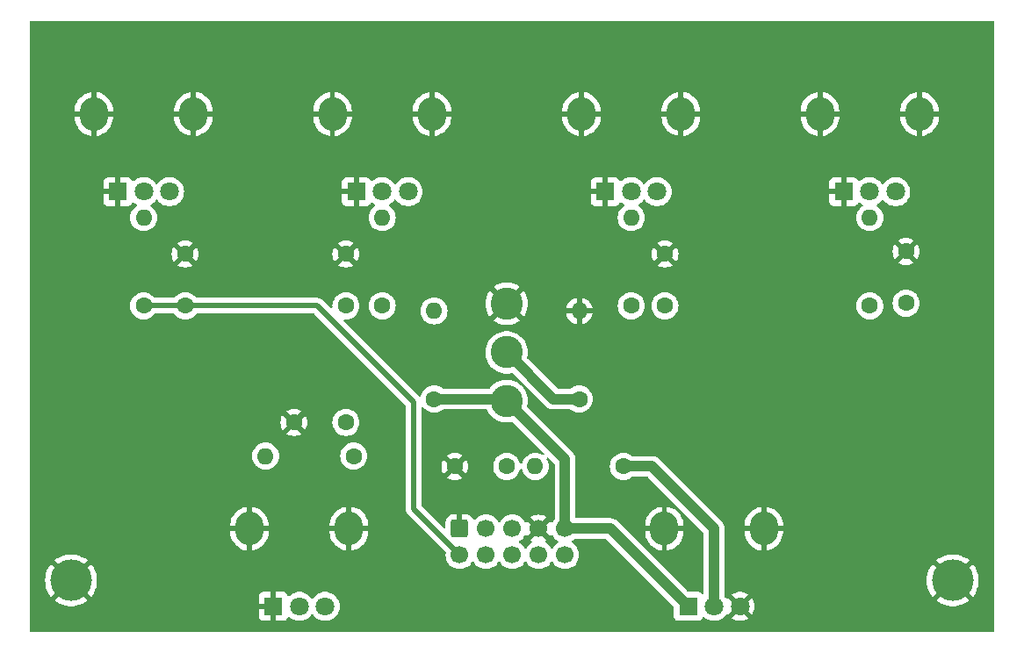
<source format=gbr>
%TF.GenerationSoftware,KiCad,Pcbnew,7.0.2*%
%TF.CreationDate,2024-01-15T12:29:35-05:00*%
%TF.ProjectId,CONTROL PCB,434f4e54-524f-44c2-9050-43422e6b6963,rev?*%
%TF.SameCoordinates,Original*%
%TF.FileFunction,Copper,L2,Bot*%
%TF.FilePolarity,Positive*%
%FSLAX46Y46*%
G04 Gerber Fmt 4.6, Leading zero omitted, Abs format (unit mm)*
G04 Created by KiCad (PCBNEW 7.0.2) date 2024-01-15 12:29:35*
%MOMM*%
%LPD*%
G01*
G04 APERTURE LIST*
G04 Aperture macros list*
%AMRoundRect*
0 Rectangle with rounded corners*
0 $1 Rounding radius*
0 $2 $3 $4 $5 $6 $7 $8 $9 X,Y pos of 4 corners*
0 Add a 4 corners polygon primitive as box body*
4,1,4,$2,$3,$4,$5,$6,$7,$8,$9,$2,$3,0*
0 Add four circle primitives for the rounded corners*
1,1,$1+$1,$2,$3*
1,1,$1+$1,$4,$5*
1,1,$1+$1,$6,$7*
1,1,$1+$1,$8,$9*
0 Add four rect primitives between the rounded corners*
20,1,$1+$1,$2,$3,$4,$5,0*
20,1,$1+$1,$4,$5,$6,$7,0*
20,1,$1+$1,$6,$7,$8,$9,0*
20,1,$1+$1,$8,$9,$2,$3,0*%
G04 Aperture macros list end*
%TA.AperFunction,ComponentPad*%
%ADD10C,3.100000*%
%TD*%
%TA.AperFunction,ComponentPad*%
%ADD11C,1.600000*%
%TD*%
%TA.AperFunction,ComponentPad*%
%ADD12O,1.600000X1.600000*%
%TD*%
%TA.AperFunction,ComponentPad*%
%ADD13C,4.000000*%
%TD*%
%TA.AperFunction,ComponentPad*%
%ADD14O,2.720000X3.240000*%
%TD*%
%TA.AperFunction,ComponentPad*%
%ADD15R,1.800000X1.800000*%
%TD*%
%TA.AperFunction,ComponentPad*%
%ADD16C,1.800000*%
%TD*%
%TA.AperFunction,ComponentPad*%
%ADD17RoundRect,0.250000X-0.600000X0.600000X-0.600000X-0.600000X0.600000X-0.600000X0.600000X0.600000X0*%
%TD*%
%TA.AperFunction,ComponentPad*%
%ADD18C,1.700000*%
%TD*%
%TA.AperFunction,Conductor*%
%ADD19C,0.500000*%
%TD*%
%TA.AperFunction,Conductor*%
%ADD20C,1.000000*%
%TD*%
G04 APERTURE END LIST*
D10*
%TO.P,MODE,1*%
%TO.N,5V*%
X125000000Y-59700000D03*
%TO.P,MODE,2*%
%TO.N,MODE*%
X125000000Y-55000000D03*
%TO.P,MODE,3*%
%TO.N,GND*%
X125000000Y-50300000D03*
%TD*%
D11*
%TO.P,R4,1*%
%TO.N,REL*%
X160000000Y-50500000D03*
D12*
%TO.P,R4,2*%
%TO.N,RPOT*%
X160000000Y-42000000D03*
%TD*%
D11*
%TO.P,100nf,1*%
%TO.N,TIME*%
X125000000Y-66000000D03*
%TO.P,100nf,2*%
%TO.N,GND*%
X120000000Y-66000000D03*
%TD*%
D13*
%TO.P,REF\u002A\u002A,1*%
%TO.N,GND*%
X168000000Y-77000000D03*
%TD*%
D11*
%TO.P,R5,1*%
%TO.N,TEAPOT*%
X136250000Y-66000000D03*
D12*
%TO.P,R5,2*%
%TO.N,TIME*%
X127750000Y-66000000D03*
%TD*%
D11*
%TO.P,R7,1*%
%TO.N,MODE*%
X132000000Y-59500000D03*
D12*
%TO.P,R7,2*%
%TO.N,GND*%
X132000000Y-51000000D03*
%TD*%
D14*
%TO.P,B100K,*%
%TO.N,GND*%
X140200000Y-72000000D03*
X149800000Y-72000000D03*
D15*
%TO.P,B100K,1*%
%TO.N,5V*%
X142500000Y-79500000D03*
D16*
%TO.P,B100K,2*%
%TO.N,TEAPOT*%
X145000000Y-79500000D03*
%TO.P,B100K,3*%
%TO.N,GND*%
X147500000Y-79500000D03*
%TD*%
D12*
%TO.P,R2,2*%
%TO.N,DPOT*%
X113000000Y-42000000D03*
D11*
%TO.P,R2,1*%
%TO.N,DEC*%
X113000000Y-50500000D03*
%TD*%
%TO.P,R7,1*%
%TO.N,5V*%
X118000000Y-59500000D03*
D12*
%TO.P,R7,2*%
%TO.N,MODE*%
X118000000Y-51000000D03*
%TD*%
D14*
%TO.P,B100K,*%
%TO.N,GND*%
X155200000Y-32000000D03*
X164800000Y-32000000D03*
D15*
%TO.P,B100K,1*%
X157500000Y-39500000D03*
D16*
%TO.P,B100K,2*%
%TO.N,RPOT*%
X160000000Y-39500000D03*
%TO.P,B100K,3*%
%TO.N,5V*%
X162500000Y-39500000D03*
%TD*%
D11*
%TO.P,100nf,1*%
%TO.N,LVL*%
X109500000Y-61750000D03*
%TO.P,100nf,2*%
%TO.N,GND*%
X104500000Y-61750000D03*
%TD*%
D14*
%TO.P,B100K,*%
%TO.N,GND*%
X100200000Y-72000000D03*
X109800000Y-72000000D03*
D15*
%TO.P,B100K,1*%
X102500000Y-79500000D03*
D16*
%TO.P,B100K,2*%
%TO.N,LPOT*%
X105000000Y-79500000D03*
%TO.P,B100K,3*%
%TO.N,5V*%
X107500000Y-79500000D03*
%TD*%
D14*
%TO.P,B100K,*%
%TO.N,GND*%
X132200000Y-32000000D03*
X141800000Y-32000000D03*
D15*
%TO.P,B100K,1*%
X134500000Y-39500000D03*
D16*
%TO.P,B100K,2*%
%TO.N,SPOT*%
X137000000Y-39500000D03*
%TO.P,B100K,3*%
%TO.N,5V*%
X139500000Y-39500000D03*
%TD*%
D11*
%TO.P,100nf,1*%
%TO.N,REL*%
X163500000Y-50250000D03*
%TO.P,100nf,2*%
%TO.N,GND*%
X163500000Y-45250000D03*
%TD*%
%TO.P,100nf,1*%
%TO.N,SUS*%
X140250000Y-50500000D03*
%TO.P,100nf,2*%
%TO.N,GND*%
X140250000Y-45500000D03*
%TD*%
%TO.P,100nf,1*%
%TO.N,ATK*%
X94000000Y-50500000D03*
%TO.P,100nf,2*%
%TO.N,GND*%
X94000000Y-45500000D03*
%TD*%
%TO.P,R1,1*%
%TO.N,ATK*%
X90000000Y-50500000D03*
D12*
%TO.P,R1,2*%
%TO.N,APOT*%
X90000000Y-42000000D03*
%TD*%
D11*
%TO.P,R6,1*%
%TO.N,LVL*%
X110250000Y-65000000D03*
D12*
%TO.P,R6,2*%
%TO.N,LPOT*%
X101750000Y-65000000D03*
%TD*%
D14*
%TO.P,B100K,*%
%TO.N,GND*%
X108200000Y-32000000D03*
X117800000Y-32000000D03*
D15*
%TO.P,B100K,1*%
X110500000Y-39500000D03*
D16*
%TO.P,B100K,2*%
%TO.N,DPOT*%
X113000000Y-39500000D03*
%TO.P,B100K,3*%
%TO.N,5V*%
X115500000Y-39500000D03*
%TD*%
D14*
%TO.P,B100K,*%
%TO.N,GND*%
X85200000Y-32000000D03*
X94800000Y-32000000D03*
D15*
%TO.P,B100K,1*%
X87500000Y-39500000D03*
D16*
%TO.P,B100K,2*%
%TO.N,APOT*%
X90000000Y-39500000D03*
%TO.P,B100K,3*%
%TO.N,5V*%
X92500000Y-39500000D03*
%TD*%
D11*
%TO.P,R3,1*%
%TO.N,SUS*%
X137000000Y-50500000D03*
D12*
%TO.P,R3,2*%
%TO.N,SPOT*%
X137000000Y-42000000D03*
%TD*%
D11*
%TO.P,100nf,1*%
%TO.N,DEC*%
X109500000Y-50500000D03*
%TO.P,100nf,2*%
%TO.N,GND*%
X109500000Y-45500000D03*
%TD*%
D13*
%TO.P,REF\u002A\u002A,1*%
%TO.N,GND*%
X83000000Y-77000000D03*
%TD*%
D17*
%TO.P,NOT POWER,1*%
%TO.N,GND*%
X120460000Y-72000000D03*
D18*
%TO.P,NOT POWER,2*%
%TO.N,ATK*%
X120460000Y-74540000D03*
%TO.P,NOT POWER,3*%
%TO.N,MODE*%
X123000000Y-72000000D03*
%TO.P,NOT POWER,4*%
%TO.N,LVL*%
X123000000Y-74540000D03*
%TO.P,NOT POWER,5*%
%TO.N,TIME*%
X125540000Y-72000000D03*
%TO.P,NOT POWER,6*%
%TO.N,DEC*%
X125540000Y-74540000D03*
%TO.P,NOT POWER,7*%
%TO.N,GND*%
X128080000Y-72000000D03*
%TO.P,NOT POWER,8*%
%TO.N,SUS*%
X128080000Y-74540000D03*
%TO.P,NOT POWER,9*%
%TO.N,5V*%
X130620000Y-72000000D03*
%TO.P,NOT POWER,10*%
%TO.N,REL*%
X130620000Y-74540000D03*
%TD*%
D19*
%TO.N,ATK*%
X120460000Y-74540000D02*
X116000000Y-70080000D01*
X116000000Y-59750000D02*
X106750000Y-50500000D01*
X106750000Y-50500000D02*
X90000000Y-50500000D01*
X116000000Y-70080000D02*
X116000000Y-59750000D01*
D20*
%TO.N,MODE*%
X129500000Y-59500000D02*
X125000000Y-55000000D01*
X132000000Y-59500000D02*
X129500000Y-59500000D01*
%TO.N,5V*%
X130620000Y-65320000D02*
X125000000Y-59700000D01*
X130620000Y-72000000D02*
X130620000Y-65320000D01*
X130620000Y-72000000D02*
X135000000Y-72000000D01*
X124800000Y-59500000D02*
X125000000Y-59700000D01*
X135000000Y-72000000D02*
X142500000Y-79500000D01*
X118000000Y-59500000D02*
X124800000Y-59500000D01*
%TO.N,TEAPOT*%
X139000000Y-66000000D02*
X145000000Y-72000000D01*
X145000000Y-72000000D02*
X145000000Y-79500000D01*
X136250000Y-66000000D02*
X139000000Y-66000000D01*
%TD*%
%TA.AperFunction,Conductor*%
%TO.N,GND*%
G36*
X127620507Y-72209844D02*
G01*
X127698239Y-72330798D01*
X127806900Y-72424952D01*
X127937685Y-72484680D01*
X127947466Y-72486086D01*
X127318625Y-73114925D01*
X127394594Y-73168119D01*
X127438219Y-73222696D01*
X127445413Y-73292194D01*
X127413890Y-73354549D01*
X127394595Y-73371269D01*
X127353819Y-73399821D01*
X127219555Y-73493834D01*
X127208595Y-73501508D01*
X127041505Y-73668598D01*
X126911575Y-73854159D01*
X126856998Y-73897784D01*
X126787500Y-73904978D01*
X126725145Y-73873455D01*
X126708425Y-73854159D01*
X126578494Y-73668598D01*
X126411401Y-73501505D01*
X126266181Y-73399821D01*
X126225839Y-73371573D01*
X126182216Y-73316998D01*
X126175022Y-73247500D01*
X126206545Y-73185145D01*
X126225837Y-73168428D01*
X126411401Y-73038495D01*
X126578495Y-72871401D01*
X126708732Y-72685403D01*
X126763307Y-72641780D01*
X126832805Y-72634586D01*
X126895160Y-72666109D01*
X126911880Y-72685405D01*
X126965073Y-72761373D01*
X127596923Y-72129523D01*
X127620507Y-72209844D01*
G37*
%TD.AperFunction*%
%TA.AperFunction,Conductor*%
G36*
X129194925Y-72761373D02*
G01*
X129248119Y-72685405D01*
X129302696Y-72641780D01*
X129372194Y-72634586D01*
X129434549Y-72666109D01*
X129451265Y-72685400D01*
X129581505Y-72871401D01*
X129748599Y-73038495D01*
X129934160Y-73168426D01*
X129977783Y-73223002D01*
X129984976Y-73292501D01*
X129953454Y-73354855D01*
X129934160Y-73371574D01*
X129759555Y-73493834D01*
X129748595Y-73501508D01*
X129581505Y-73668598D01*
X129451575Y-73854159D01*
X129396998Y-73897784D01*
X129327500Y-73904978D01*
X129265145Y-73873455D01*
X129248425Y-73854159D01*
X129118494Y-73668598D01*
X128951404Y-73501508D01*
X128951403Y-73501508D01*
X128951401Y-73501505D01*
X128765402Y-73371267D01*
X128721780Y-73316692D01*
X128714587Y-73247193D01*
X128746109Y-73184839D01*
X128765405Y-73168119D01*
X128841373Y-73114925D01*
X128212533Y-72486086D01*
X128222315Y-72484680D01*
X128353100Y-72424952D01*
X128461761Y-72330798D01*
X128539493Y-72209844D01*
X128563076Y-72129524D01*
X129194925Y-72761373D01*
G37*
%TD.AperFunction*%
%TA.AperFunction,Conductor*%
G36*
X116955702Y-60282448D02*
G01*
X116976073Y-60305037D01*
X116999951Y-60339138D01*
X117160859Y-60500046D01*
X117347264Y-60630567D01*
X117347265Y-60630567D01*
X117347266Y-60630568D01*
X117553504Y-60726739D01*
X117773308Y-60785635D01*
X118000000Y-60805468D01*
X118226692Y-60785635D01*
X118446496Y-60726739D01*
X118652734Y-60630568D01*
X118806465Y-60522924D01*
X118872671Y-60500598D01*
X118877588Y-60500500D01*
X123029960Y-60500500D01*
X123096999Y-60520185D01*
X123140057Y-60567451D01*
X123243919Y-60767896D01*
X123405688Y-60997069D01*
X123597155Y-61202081D01*
X123814754Y-61379111D01*
X124054432Y-61524862D01*
X124311725Y-61636620D01*
X124514777Y-61693513D01*
X124577759Y-61711160D01*
X124577761Y-61711160D01*
X124581839Y-61712303D01*
X124859742Y-61750500D01*
X124863979Y-61750500D01*
X125136021Y-61750500D01*
X125140258Y-61750500D01*
X125418161Y-61712303D01*
X125488311Y-61692647D01*
X125558172Y-61693513D01*
X125609446Y-61724367D01*
X127579611Y-63694532D01*
X128573938Y-64688858D01*
X128607423Y-64750181D01*
X128602439Y-64819873D01*
X128560567Y-64875806D01*
X128495103Y-64900223D01*
X128426830Y-64885371D01*
X128415135Y-64878115D01*
X128402734Y-64869432D01*
X128196497Y-64773261D01*
X127976689Y-64714364D01*
X127749999Y-64694531D01*
X127523310Y-64714364D01*
X127303502Y-64773261D01*
X127097264Y-64869432D01*
X126910859Y-64999953D01*
X126749953Y-65160859D01*
X126619432Y-65347264D01*
X126523261Y-65553502D01*
X126494775Y-65659815D01*
X126458410Y-65719475D01*
X126395563Y-65750004D01*
X126326187Y-65741709D01*
X126272309Y-65697224D01*
X126255225Y-65659815D01*
X126246628Y-65627733D01*
X126226739Y-65553504D01*
X126130568Y-65347266D01*
X126121447Y-65334239D01*
X126000046Y-65160859D01*
X125839140Y-64999953D01*
X125652735Y-64869432D01*
X125446497Y-64773261D01*
X125226689Y-64714364D01*
X124999999Y-64694531D01*
X124773310Y-64714364D01*
X124553502Y-64773261D01*
X124347264Y-64869432D01*
X124160859Y-64999953D01*
X123999953Y-65160859D01*
X123869432Y-65347264D01*
X123773261Y-65553502D01*
X123714364Y-65773310D01*
X123694531Y-66000000D01*
X123714364Y-66226689D01*
X123773261Y-66446497D01*
X123869432Y-66652735D01*
X123999953Y-66839140D01*
X124160859Y-67000046D01*
X124347264Y-67130567D01*
X124347265Y-67130567D01*
X124347266Y-67130568D01*
X124553504Y-67226739D01*
X124773308Y-67285635D01*
X124924435Y-67298857D01*
X124999999Y-67305468D01*
X124999999Y-67305467D01*
X125000000Y-67305468D01*
X125226692Y-67285635D01*
X125446496Y-67226739D01*
X125652734Y-67130568D01*
X125839139Y-67000047D01*
X126000047Y-66839139D01*
X126130568Y-66652734D01*
X126226739Y-66446496D01*
X126255225Y-66340183D01*
X126291590Y-66280524D01*
X126354437Y-66249995D01*
X126423813Y-66258290D01*
X126477690Y-66302775D01*
X126494775Y-66340184D01*
X126523261Y-66446497D01*
X126619432Y-66652735D01*
X126749953Y-66839140D01*
X126910859Y-67000046D01*
X127097264Y-67130567D01*
X127097265Y-67130567D01*
X127097266Y-67130568D01*
X127303504Y-67226739D01*
X127523308Y-67285635D01*
X127674435Y-67298856D01*
X127749999Y-67305468D01*
X127749999Y-67305467D01*
X127750000Y-67305468D01*
X127976692Y-67285635D01*
X128196496Y-67226739D01*
X128402734Y-67130568D01*
X128589139Y-67000047D01*
X128750047Y-66839139D01*
X128880568Y-66652734D01*
X128976739Y-66446496D01*
X129035635Y-66226692D01*
X129055468Y-66000000D01*
X129035635Y-65773308D01*
X128976739Y-65553504D01*
X128880568Y-65347266D01*
X128871885Y-65334865D01*
X128849557Y-65268662D01*
X128866566Y-65200894D01*
X128917513Y-65153080D01*
X128986222Y-65140401D01*
X129050879Y-65166881D01*
X129061140Y-65176061D01*
X129583180Y-65698101D01*
X129616665Y-65759424D01*
X129619499Y-65785782D01*
X129619500Y-71039241D01*
X129599815Y-71106280D01*
X129583186Y-71126918D01*
X129581504Y-71128599D01*
X129451270Y-71314594D01*
X129396693Y-71358219D01*
X129327195Y-71365413D01*
X129264840Y-71333890D01*
X129248120Y-71314595D01*
X129194925Y-71238626D01*
X129194925Y-71238625D01*
X128563076Y-71870475D01*
X128539493Y-71790156D01*
X128461761Y-71669202D01*
X128353100Y-71575048D01*
X128222315Y-71515320D01*
X128212533Y-71513913D01*
X128841373Y-70885073D01*
X128841373Y-70885072D01*
X128757580Y-70826400D01*
X128543492Y-70726569D01*
X128315318Y-70665430D01*
X128080000Y-70644842D01*
X127844681Y-70665430D01*
X127616507Y-70726569D01*
X127402422Y-70826399D01*
X127318625Y-70885072D01*
X127947466Y-71513913D01*
X127937685Y-71515320D01*
X127806900Y-71575048D01*
X127698239Y-71669202D01*
X127620507Y-71790156D01*
X127596923Y-71870475D01*
X126965073Y-71238626D01*
X126911881Y-71314594D01*
X126857304Y-71358219D01*
X126787806Y-71365413D01*
X126725451Y-71333891D01*
X126708730Y-71314595D01*
X126578495Y-71128599D01*
X126411401Y-70961505D01*
X126217830Y-70825965D01*
X126003663Y-70726097D01*
X125942502Y-70709709D01*
X125775407Y-70664936D01*
X125539999Y-70644340D01*
X125304592Y-70664936D01*
X125076336Y-70726097D01*
X124862170Y-70825965D01*
X124668598Y-70961505D01*
X124501505Y-71128598D01*
X124371575Y-71314159D01*
X124316998Y-71357784D01*
X124247500Y-71364978D01*
X124185145Y-71333455D01*
X124168425Y-71314159D01*
X124114359Y-71236945D01*
X124038495Y-71128599D01*
X123871401Y-70961505D01*
X123677830Y-70825965D01*
X123463663Y-70726097D01*
X123402502Y-70709709D01*
X123235407Y-70664936D01*
X123000000Y-70644340D01*
X122764592Y-70664936D01*
X122536336Y-70726097D01*
X122322170Y-70825965D01*
X122128598Y-70961505D01*
X121953834Y-71136270D01*
X121951249Y-71133685D01*
X121911854Y-71165157D01*
X121842354Y-71172331D01*
X121780008Y-71140792D01*
X121747180Y-71089397D01*
X121744356Y-71080876D01*
X121652316Y-70931654D01*
X121528345Y-70807683D01*
X121379122Y-70715642D01*
X121212696Y-70660493D01*
X121113109Y-70650319D01*
X121106832Y-70650000D01*
X120710000Y-70650000D01*
X120709999Y-71564498D01*
X120602315Y-71515320D01*
X120495763Y-71500000D01*
X120424237Y-71500000D01*
X120317685Y-71515320D01*
X120210000Y-71564498D01*
X120210000Y-70650000D01*
X119813171Y-70650000D01*
X119806888Y-70650321D01*
X119707304Y-70660493D01*
X119540877Y-70715642D01*
X119391654Y-70807683D01*
X119267683Y-70931654D01*
X119175642Y-71080877D01*
X119120493Y-71247303D01*
X119110319Y-71346890D01*
X119109999Y-71353168D01*
X119109999Y-71829270D01*
X119090314Y-71896310D01*
X119037510Y-71942064D01*
X118968352Y-71952008D01*
X118904796Y-71922983D01*
X118898318Y-71916951D01*
X118466499Y-71485132D01*
X116786819Y-69805451D01*
X116753334Y-69744128D01*
X116750500Y-69717770D01*
X116750500Y-66000000D01*
X118695033Y-66000000D01*
X118714858Y-66226602D01*
X118773733Y-66446326D01*
X118869866Y-66652484D01*
X118920972Y-66725471D01*
X118920973Y-66725472D01*
X119602045Y-66044399D01*
X119614835Y-66125148D01*
X119672359Y-66238045D01*
X119761955Y-66327641D01*
X119874852Y-66385165D01*
X119955599Y-66397953D01*
X119274526Y-67079025D01*
X119274526Y-67079026D01*
X119347515Y-67130133D01*
X119553673Y-67226266D01*
X119773397Y-67285141D01*
X120000000Y-67304966D01*
X120226602Y-67285141D01*
X120446326Y-67226266D01*
X120652480Y-67130134D01*
X120725472Y-67079025D01*
X120044401Y-66397953D01*
X120125148Y-66385165D01*
X120238045Y-66327641D01*
X120327641Y-66238045D01*
X120385165Y-66125148D01*
X120397953Y-66044400D01*
X121079025Y-66725472D01*
X121130134Y-66652480D01*
X121226266Y-66446326D01*
X121285141Y-66226602D01*
X121304966Y-66000000D01*
X121285141Y-65773397D01*
X121226266Y-65553673D01*
X121130133Y-65347515D01*
X121079025Y-65274526D01*
X120397953Y-65955598D01*
X120385165Y-65874852D01*
X120327641Y-65761955D01*
X120238045Y-65672359D01*
X120125148Y-65614835D01*
X120044399Y-65602045D01*
X120725472Y-64920973D01*
X120725471Y-64920972D01*
X120652484Y-64869866D01*
X120446326Y-64773733D01*
X120226602Y-64714858D01*
X119999999Y-64695033D01*
X119773397Y-64714858D01*
X119553672Y-64773733D01*
X119347516Y-64869865D01*
X119274526Y-64920973D01*
X119955598Y-65602046D01*
X119874852Y-65614835D01*
X119761955Y-65672359D01*
X119672359Y-65761955D01*
X119614835Y-65874852D01*
X119602046Y-65955598D01*
X118920973Y-65274527D01*
X118869865Y-65347516D01*
X118773733Y-65553672D01*
X118714858Y-65773397D01*
X118695033Y-66000000D01*
X116750500Y-66000000D01*
X116750500Y-65052459D01*
X116750500Y-60376157D01*
X116770184Y-60309122D01*
X116822988Y-60263367D01*
X116892146Y-60253423D01*
X116955702Y-60282448D01*
G37*
%TD.AperFunction*%
%TA.AperFunction,Conductor*%
G36*
X171942539Y-23020185D02*
G01*
X171988294Y-23072989D01*
X171999500Y-23124500D01*
X171999500Y-81875500D01*
X171979815Y-81942539D01*
X171927011Y-81988294D01*
X171875500Y-81999500D01*
X79124500Y-81999500D01*
X79057461Y-81979815D01*
X79011706Y-81927011D01*
X79000500Y-81875500D01*
X79000500Y-80444518D01*
X101100000Y-80444518D01*
X101100354Y-80451132D01*
X101106400Y-80507371D01*
X101156647Y-80642089D01*
X101242811Y-80757188D01*
X101357910Y-80843352D01*
X101492628Y-80893599D01*
X101548867Y-80899645D01*
X101555482Y-80900000D01*
X102250000Y-80900000D01*
X102250000Y-79935501D01*
X102357685Y-79984680D01*
X102464237Y-80000000D01*
X102535763Y-80000000D01*
X102642315Y-79984680D01*
X102750000Y-79935501D01*
X102750000Y-80900000D01*
X103444518Y-80900000D01*
X103451132Y-80899645D01*
X103507371Y-80893599D01*
X103642089Y-80843352D01*
X103757188Y-80757188D01*
X103843352Y-80642088D01*
X103861679Y-80592953D01*
X103903550Y-80537019D01*
X103969014Y-80512602D01*
X104037287Y-80527453D01*
X104054016Y-80538427D01*
X104231374Y-80676470D01*
X104435497Y-80786936D01*
X104545258Y-80824616D01*
X104655015Y-80862297D01*
X104655017Y-80862297D01*
X104655019Y-80862298D01*
X104883951Y-80900500D01*
X104883952Y-80900500D01*
X105116048Y-80900500D01*
X105116049Y-80900500D01*
X105344981Y-80862298D01*
X105564503Y-80786936D01*
X105768626Y-80676470D01*
X105951784Y-80533913D01*
X106108979Y-80363153D01*
X106146192Y-80306194D01*
X106199337Y-80260838D01*
X106268568Y-80251414D01*
X106331904Y-80280916D01*
X106353807Y-80306192D01*
X106391021Y-80363153D01*
X106548216Y-80533913D01*
X106731374Y-80676470D01*
X106935497Y-80786936D01*
X107045257Y-80824616D01*
X107155015Y-80862297D01*
X107155017Y-80862297D01*
X107155019Y-80862298D01*
X107383951Y-80900500D01*
X107383952Y-80900500D01*
X107616048Y-80900500D01*
X107616049Y-80900500D01*
X107844981Y-80862298D01*
X108064503Y-80786936D01*
X108268626Y-80676470D01*
X108451784Y-80533913D01*
X108608979Y-80363153D01*
X108735924Y-80168849D01*
X108829157Y-79956300D01*
X108886134Y-79731305D01*
X108905300Y-79500000D01*
X108886134Y-79268695D01*
X108829157Y-79043700D01*
X108735924Y-78831151D01*
X108608979Y-78636847D01*
X108451784Y-78466087D01*
X108268626Y-78323530D01*
X108064503Y-78213064D01*
X108064499Y-78213062D01*
X108064498Y-78213062D01*
X107844984Y-78137702D01*
X107654456Y-78105909D01*
X107616049Y-78099500D01*
X107383951Y-78099500D01*
X107345544Y-78105909D01*
X107155015Y-78137702D01*
X106935501Y-78213062D01*
X106935497Y-78213063D01*
X106935497Y-78213064D01*
X106848501Y-78260144D01*
X106731372Y-78323531D01*
X106548215Y-78466087D01*
X106438576Y-78585188D01*
X106391021Y-78636847D01*
X106391021Y-78636848D01*
X106353809Y-78693805D01*
X106300662Y-78739161D01*
X106231431Y-78748585D01*
X106168095Y-78719083D01*
X106146191Y-78693805D01*
X106108979Y-78636847D01*
X105951784Y-78466087D01*
X105768626Y-78323530D01*
X105564503Y-78213064D01*
X105564499Y-78213062D01*
X105564498Y-78213062D01*
X105344984Y-78137702D01*
X105154456Y-78105909D01*
X105116049Y-78099500D01*
X104883951Y-78099500D01*
X104845544Y-78105909D01*
X104655015Y-78137702D01*
X104435501Y-78213062D01*
X104435497Y-78213063D01*
X104435497Y-78213064D01*
X104348501Y-78260144D01*
X104231372Y-78323531D01*
X104054023Y-78461567D01*
X103989029Y-78487209D01*
X103920489Y-78473642D01*
X103870164Y-78425174D01*
X103861679Y-78407046D01*
X103843352Y-78357911D01*
X103757188Y-78242811D01*
X103642089Y-78156647D01*
X103507371Y-78106400D01*
X103451132Y-78100354D01*
X103444518Y-78100000D01*
X102750000Y-78100000D01*
X102750000Y-79064498D01*
X102642315Y-79015320D01*
X102535763Y-79000000D01*
X102464237Y-79000000D01*
X102357685Y-79015320D01*
X102250000Y-79064498D01*
X102250000Y-78100000D01*
X101555482Y-78100000D01*
X101548867Y-78100354D01*
X101492628Y-78106400D01*
X101357910Y-78156647D01*
X101242811Y-78242811D01*
X101156647Y-78357910D01*
X101106400Y-78492628D01*
X101100354Y-78548867D01*
X101100000Y-78555481D01*
X101100000Y-79250000D01*
X102066314Y-79250000D01*
X102040507Y-79290156D01*
X102000000Y-79428111D01*
X102000000Y-79571889D01*
X102040507Y-79709844D01*
X102066314Y-79750000D01*
X101100000Y-79750000D01*
X101100000Y-80444518D01*
X79000500Y-80444518D01*
X79000500Y-77003894D01*
X80495302Y-77003894D01*
X80514564Y-77310059D01*
X80515538Y-77317779D01*
X80573023Y-77619124D01*
X80574959Y-77626663D01*
X80669759Y-77918426D01*
X80672622Y-77925657D01*
X80803243Y-78203240D01*
X80806987Y-78210051D01*
X80971368Y-78469075D01*
X80975949Y-78475380D01*
X81064286Y-78582160D01*
X81702266Y-77944180D01*
X81865130Y-78134870D01*
X82055818Y-78297732D01*
X81414971Y-78938579D01*
X81414972Y-78938580D01*
X81654620Y-79112694D01*
X81661210Y-79116876D01*
X81930032Y-79264662D01*
X81937071Y-79267975D01*
X82222307Y-79380907D01*
X82229702Y-79383310D01*
X82526837Y-79459602D01*
X82534495Y-79461063D01*
X82838846Y-79499511D01*
X82846608Y-79500000D01*
X83153392Y-79500000D01*
X83161153Y-79499511D01*
X83465504Y-79461063D01*
X83473162Y-79459602D01*
X83770297Y-79383310D01*
X83777692Y-79380907D01*
X84062928Y-79267975D01*
X84069967Y-79264662D01*
X84338798Y-79116872D01*
X84345368Y-79112702D01*
X84585026Y-78938579D01*
X84585027Y-78938579D01*
X83944180Y-78297733D01*
X84134870Y-78134870D01*
X84297733Y-77944180D01*
X84935712Y-78582160D01*
X85024054Y-78475374D01*
X85028630Y-78469076D01*
X85193012Y-78210051D01*
X85196756Y-78203240D01*
X85327377Y-77925657D01*
X85330240Y-77918426D01*
X85425040Y-77626663D01*
X85426976Y-77619124D01*
X85484461Y-77317779D01*
X85485435Y-77310059D01*
X85504698Y-77003894D01*
X85504698Y-76996105D01*
X85485435Y-76689940D01*
X85484461Y-76682220D01*
X85426976Y-76380875D01*
X85425040Y-76373336D01*
X85330240Y-76081573D01*
X85327377Y-76074342D01*
X85196756Y-75796759D01*
X85193012Y-75789948D01*
X85028631Y-75530924D01*
X85024050Y-75524619D01*
X84935712Y-75417838D01*
X84297732Y-76055818D01*
X84134870Y-75865130D01*
X83944180Y-75702266D01*
X84585027Y-75061419D01*
X84585026Y-75061418D01*
X84345379Y-74887305D01*
X84338789Y-74883123D01*
X84069967Y-74735337D01*
X84062928Y-74732024D01*
X83777692Y-74619092D01*
X83770297Y-74616689D01*
X83473162Y-74540397D01*
X83465504Y-74538936D01*
X83161153Y-74500488D01*
X83153392Y-74500000D01*
X82846608Y-74500000D01*
X82838846Y-74500488D01*
X82534495Y-74538936D01*
X82526837Y-74540397D01*
X82229702Y-74616689D01*
X82222307Y-74619092D01*
X81937071Y-74732024D01*
X81930032Y-74735337D01*
X81661210Y-74883123D01*
X81654631Y-74887298D01*
X81414971Y-75061419D01*
X82055819Y-75702266D01*
X81865130Y-75865130D01*
X81702266Y-76055818D01*
X81064286Y-75417838D01*
X81064285Y-75417838D01*
X80975940Y-75524631D01*
X80971373Y-75530917D01*
X80806987Y-75789948D01*
X80803243Y-75796759D01*
X80672622Y-76074342D01*
X80669759Y-76081573D01*
X80574959Y-76373336D01*
X80573023Y-76380875D01*
X80515538Y-76682220D01*
X80514564Y-76689940D01*
X80495302Y-76996105D01*
X80495302Y-77003894D01*
X79000500Y-77003894D01*
X79000500Y-72325712D01*
X98340000Y-72325712D01*
X98340165Y-72330234D01*
X98354898Y-72531543D01*
X98414098Y-72797295D01*
X98511362Y-73051601D01*
X98644615Y-73289032D01*
X98811018Y-73504534D01*
X99007022Y-73693505D01*
X99228463Y-73851933D01*
X99470593Y-73976420D01*
X99728291Y-74064334D01*
X99949999Y-74105285D01*
X99950000Y-74105285D01*
X99950000Y-72844852D01*
X100087047Y-72893559D01*
X100237886Y-72903877D01*
X100385915Y-72873116D01*
X100450000Y-72839909D01*
X100450000Y-74103716D01*
X100450001Y-74103717D01*
X100538748Y-74093952D01*
X100802162Y-74025088D01*
X101052742Y-73918602D01*
X101285154Y-73776763D01*
X101494428Y-73602603D01*
X101676122Y-73399821D01*
X101826351Y-73172748D01*
X101941915Y-72926231D01*
X102020356Y-72665501D01*
X102060000Y-72396130D01*
X102060000Y-72325712D01*
X107940000Y-72325712D01*
X107940165Y-72330234D01*
X107954898Y-72531543D01*
X108014098Y-72797295D01*
X108111362Y-73051601D01*
X108244615Y-73289032D01*
X108411018Y-73504534D01*
X108607022Y-73693505D01*
X108828463Y-73851933D01*
X109070593Y-73976420D01*
X109328291Y-74064334D01*
X109549999Y-74105285D01*
X109550000Y-74105285D01*
X109550000Y-72844852D01*
X109687047Y-72893559D01*
X109837886Y-72903877D01*
X109985915Y-72873116D01*
X110050000Y-72839909D01*
X110050000Y-74103716D01*
X110050001Y-74103717D01*
X110138748Y-74093952D01*
X110402162Y-74025088D01*
X110652742Y-73918602D01*
X110885154Y-73776763D01*
X111094428Y-73602603D01*
X111276122Y-73399821D01*
X111426351Y-73172748D01*
X111541915Y-72926231D01*
X111620356Y-72665501D01*
X111660000Y-72396130D01*
X111660000Y-72250000D01*
X110350000Y-72250000D01*
X110350000Y-71750000D01*
X111660000Y-71750000D01*
X111660000Y-71674287D01*
X111659834Y-71669765D01*
X111645101Y-71468456D01*
X111585901Y-71202704D01*
X111488637Y-70948398D01*
X111355384Y-70710967D01*
X111188981Y-70495465D01*
X110992977Y-70306494D01*
X110771536Y-70148066D01*
X110529406Y-70023579D01*
X110271709Y-69935665D01*
X110050000Y-69894713D01*
X110050000Y-71155147D01*
X109912953Y-71106441D01*
X109762114Y-71096123D01*
X109614085Y-71126884D01*
X109550000Y-71160090D01*
X109550000Y-69896281D01*
X109461250Y-69906048D01*
X109197837Y-69974911D01*
X108947257Y-70081397D01*
X108714845Y-70223236D01*
X108505571Y-70397396D01*
X108323877Y-70600178D01*
X108173648Y-70827251D01*
X108058084Y-71073768D01*
X107979643Y-71334498D01*
X107940000Y-71603869D01*
X107940000Y-71750000D01*
X109250000Y-71750000D01*
X109250000Y-72250000D01*
X107940000Y-72250000D01*
X107940000Y-72325712D01*
X102060000Y-72325712D01*
X102060000Y-72250000D01*
X100750000Y-72250000D01*
X100750000Y-71750000D01*
X102060000Y-71750000D01*
X102060000Y-71674287D01*
X102059834Y-71669765D01*
X102045101Y-71468456D01*
X101985901Y-71202704D01*
X101888637Y-70948398D01*
X101755384Y-70710967D01*
X101588981Y-70495465D01*
X101392977Y-70306494D01*
X101171536Y-70148066D01*
X100929406Y-70023579D01*
X100671709Y-69935665D01*
X100450000Y-69894713D01*
X100450000Y-71155147D01*
X100312953Y-71106441D01*
X100162114Y-71096123D01*
X100014085Y-71126884D01*
X99950000Y-71160090D01*
X99950000Y-69896281D01*
X99861250Y-69906048D01*
X99597837Y-69974911D01*
X99347257Y-70081397D01*
X99114845Y-70223236D01*
X98905571Y-70397396D01*
X98723877Y-70600178D01*
X98573648Y-70827251D01*
X98458084Y-71073768D01*
X98379643Y-71334498D01*
X98340000Y-71603869D01*
X98340000Y-71750000D01*
X99650000Y-71750000D01*
X99650000Y-72250000D01*
X98340000Y-72250000D01*
X98340000Y-72325712D01*
X79000500Y-72325712D01*
X79000500Y-65000000D01*
X100444531Y-65000000D01*
X100464364Y-65226689D01*
X100523261Y-65446497D01*
X100619432Y-65652735D01*
X100749953Y-65839140D01*
X100910859Y-66000046D01*
X101097264Y-66130567D01*
X101097265Y-66130567D01*
X101097266Y-66130568D01*
X101303504Y-66226739D01*
X101523308Y-66285635D01*
X101750000Y-66305468D01*
X101976692Y-66285635D01*
X102196496Y-66226739D01*
X102402734Y-66130568D01*
X102589139Y-66000047D01*
X102750047Y-65839139D01*
X102880568Y-65652734D01*
X102976739Y-65446496D01*
X103035635Y-65226692D01*
X103055468Y-65000000D01*
X108944531Y-65000000D01*
X108964364Y-65226689D01*
X109023261Y-65446497D01*
X109119432Y-65652735D01*
X109249953Y-65839140D01*
X109410859Y-66000046D01*
X109597264Y-66130567D01*
X109597265Y-66130567D01*
X109597266Y-66130568D01*
X109803504Y-66226739D01*
X110023308Y-66285635D01*
X110174436Y-66298856D01*
X110249999Y-66305468D01*
X110249999Y-66305467D01*
X110250000Y-66305468D01*
X110476692Y-66285635D01*
X110696496Y-66226739D01*
X110902734Y-66130568D01*
X111089139Y-66000047D01*
X111250047Y-65839139D01*
X111380568Y-65652734D01*
X111476739Y-65446496D01*
X111535635Y-65226692D01*
X111555468Y-65000000D01*
X111535635Y-64773308D01*
X111476739Y-64553504D01*
X111380568Y-64347266D01*
X111250047Y-64160861D01*
X111250046Y-64160859D01*
X111089140Y-63999953D01*
X110902735Y-63869432D01*
X110696497Y-63773261D01*
X110476689Y-63714364D01*
X110249999Y-63694531D01*
X110023310Y-63714364D01*
X109803502Y-63773261D01*
X109597264Y-63869432D01*
X109410859Y-63999953D01*
X109249953Y-64160859D01*
X109119432Y-64347264D01*
X109023261Y-64553502D01*
X108964364Y-64773310D01*
X108944531Y-65000000D01*
X103055468Y-65000000D01*
X103035635Y-64773308D01*
X102976739Y-64553504D01*
X102880568Y-64347266D01*
X102750047Y-64160861D01*
X102750046Y-64160859D01*
X102589140Y-63999953D01*
X102402735Y-63869432D01*
X102196497Y-63773261D01*
X101976689Y-63714364D01*
X101750000Y-63694531D01*
X101523310Y-63714364D01*
X101303502Y-63773261D01*
X101097264Y-63869432D01*
X100910859Y-63999953D01*
X100749953Y-64160859D01*
X100619432Y-64347264D01*
X100523261Y-64553502D01*
X100464364Y-64773310D01*
X100444531Y-65000000D01*
X79000500Y-65000000D01*
X79000500Y-61749999D01*
X103195033Y-61749999D01*
X103214858Y-61976602D01*
X103273733Y-62196326D01*
X103369866Y-62402484D01*
X103420972Y-62475471D01*
X103420974Y-62475472D01*
X104102046Y-61794399D01*
X104114835Y-61875148D01*
X104172359Y-61988045D01*
X104261955Y-62077641D01*
X104374852Y-62135165D01*
X104455599Y-62147953D01*
X103774526Y-62829025D01*
X103774526Y-62829026D01*
X103847515Y-62880133D01*
X104053673Y-62976266D01*
X104273397Y-63035141D01*
X104500000Y-63054966D01*
X104726602Y-63035141D01*
X104946326Y-62976266D01*
X105152480Y-62880134D01*
X105225472Y-62829025D01*
X104544401Y-62147953D01*
X104625148Y-62135165D01*
X104738045Y-62077641D01*
X104827641Y-61988045D01*
X104885165Y-61875148D01*
X104897953Y-61794400D01*
X105579025Y-62475472D01*
X105630134Y-62402480D01*
X105726266Y-62196326D01*
X105785141Y-61976602D01*
X105804966Y-61749999D01*
X108194531Y-61749999D01*
X108214364Y-61976689D01*
X108273261Y-62196497D01*
X108369432Y-62402735D01*
X108499953Y-62589140D01*
X108660859Y-62750046D01*
X108847264Y-62880567D01*
X108847265Y-62880567D01*
X108847266Y-62880568D01*
X109053504Y-62976739D01*
X109273308Y-63035635D01*
X109500000Y-63055468D01*
X109726692Y-63035635D01*
X109946496Y-62976739D01*
X110152734Y-62880568D01*
X110339139Y-62750047D01*
X110500047Y-62589139D01*
X110630568Y-62402734D01*
X110726739Y-62196496D01*
X110785635Y-61976692D01*
X110805468Y-61750000D01*
X110785635Y-61523308D01*
X110726739Y-61303504D01*
X110630568Y-61097266D01*
X110579636Y-61024526D01*
X110500046Y-60910859D01*
X110339140Y-60749953D01*
X110152735Y-60619432D01*
X109946497Y-60523261D01*
X109726689Y-60464364D01*
X109499999Y-60444531D01*
X109273310Y-60464364D01*
X109053502Y-60523261D01*
X108847264Y-60619432D01*
X108660859Y-60749953D01*
X108499953Y-60910859D01*
X108369432Y-61097264D01*
X108273261Y-61303502D01*
X108214364Y-61523310D01*
X108194531Y-61749999D01*
X105804966Y-61749999D01*
X105785141Y-61523397D01*
X105726266Y-61303673D01*
X105630133Y-61097515D01*
X105579025Y-61024526D01*
X104897953Y-61705598D01*
X104885165Y-61624852D01*
X104827641Y-61511955D01*
X104738045Y-61422359D01*
X104625148Y-61364835D01*
X104544400Y-61352046D01*
X105225472Y-60670974D01*
X105225471Y-60670972D01*
X105152484Y-60619866D01*
X104946326Y-60523733D01*
X104726602Y-60464858D01*
X104500000Y-60445033D01*
X104273397Y-60464858D01*
X104053672Y-60523733D01*
X103847516Y-60619865D01*
X103774527Y-60670973D01*
X103774526Y-60670973D01*
X104455600Y-61352046D01*
X104374852Y-61364835D01*
X104261955Y-61422359D01*
X104172359Y-61511955D01*
X104114835Y-61624852D01*
X104102046Y-61705599D01*
X103420973Y-61024526D01*
X103420973Y-61024527D01*
X103369865Y-61097516D01*
X103273733Y-61303672D01*
X103214858Y-61523397D01*
X103195033Y-61749999D01*
X79000500Y-61749999D01*
X79000500Y-50499999D01*
X88694531Y-50499999D01*
X88714364Y-50726689D01*
X88773261Y-50946497D01*
X88869432Y-51152735D01*
X88999953Y-51339140D01*
X89160859Y-51500046D01*
X89347264Y-51630567D01*
X89347265Y-51630567D01*
X89347266Y-51630568D01*
X89553504Y-51726739D01*
X89773308Y-51785635D01*
X90000000Y-51805468D01*
X90226692Y-51785635D01*
X90446496Y-51726739D01*
X90652734Y-51630568D01*
X90839139Y-51500047D01*
X91000047Y-51339139D01*
X91025086Y-51303377D01*
X91079664Y-51259752D01*
X91126663Y-51250500D01*
X92873337Y-51250500D01*
X92940376Y-51270185D01*
X92974912Y-51303377D01*
X92999953Y-51339140D01*
X93160859Y-51500046D01*
X93347264Y-51630567D01*
X93347265Y-51630567D01*
X93347266Y-51630568D01*
X93553504Y-51726739D01*
X93773308Y-51785635D01*
X94000000Y-51805468D01*
X94226692Y-51785635D01*
X94446496Y-51726739D01*
X94652734Y-51630568D01*
X94839139Y-51500047D01*
X95000047Y-51339139D01*
X95025086Y-51303377D01*
X95079664Y-51259752D01*
X95126663Y-51250500D01*
X106387770Y-51250500D01*
X106454809Y-51270185D01*
X106475451Y-51286819D01*
X115213180Y-60024548D01*
X115246665Y-60085871D01*
X115249499Y-60112229D01*
X115249500Y-70016294D01*
X115248191Y-70034264D01*
X115244711Y-70058023D01*
X115249028Y-70107368D01*
X115249500Y-70118175D01*
X115249500Y-70123709D01*
X115249916Y-70127272D01*
X115249917Y-70127282D01*
X115253098Y-70154496D01*
X115253464Y-70158082D01*
X115260109Y-70234041D01*
X115264329Y-70253071D01*
X115264758Y-70254251D01*
X115264759Y-70254255D01*
X115290413Y-70324742D01*
X115291582Y-70328107D01*
X115315580Y-70400524D01*
X115324075Y-70418072D01*
X115365979Y-70481784D01*
X115367889Y-70484782D01*
X115407288Y-70548656D01*
X115407952Y-70549732D01*
X115420253Y-70564830D01*
X115421168Y-70565693D01*
X115421170Y-70565696D01*
X115457719Y-70600178D01*
X115475709Y-70617151D01*
X115478296Y-70619664D01*
X117298057Y-72439425D01*
X119087130Y-74228497D01*
X119120615Y-74289820D01*
X119122977Y-74326985D01*
X119104340Y-74539999D01*
X119124936Y-74775407D01*
X119153799Y-74883123D01*
X119186097Y-75003663D01*
X119285965Y-75217830D01*
X119421505Y-75411401D01*
X119588599Y-75578495D01*
X119782170Y-75714035D01*
X119996337Y-75813903D01*
X120224592Y-75875063D01*
X120460000Y-75895659D01*
X120695408Y-75875063D01*
X120923663Y-75813903D01*
X121137830Y-75714035D01*
X121331401Y-75578495D01*
X121498495Y-75411401D01*
X121628426Y-75225839D01*
X121683002Y-75182216D01*
X121752500Y-75175022D01*
X121814855Y-75206545D01*
X121831571Y-75225837D01*
X121961505Y-75411401D01*
X122128599Y-75578495D01*
X122322170Y-75714035D01*
X122536337Y-75813903D01*
X122764592Y-75875063D01*
X123000000Y-75895659D01*
X123235408Y-75875063D01*
X123463663Y-75813903D01*
X123677830Y-75714035D01*
X123871401Y-75578495D01*
X124038495Y-75411401D01*
X124168427Y-75225838D01*
X124223001Y-75182216D01*
X124292499Y-75175022D01*
X124354854Y-75206545D01*
X124371572Y-75225838D01*
X124501505Y-75411401D01*
X124668599Y-75578495D01*
X124862170Y-75714035D01*
X125076337Y-75813903D01*
X125304592Y-75875063D01*
X125540000Y-75895659D01*
X125775408Y-75875063D01*
X126003663Y-75813903D01*
X126217830Y-75714035D01*
X126411401Y-75578495D01*
X126578495Y-75411401D01*
X126708426Y-75225839D01*
X126763002Y-75182216D01*
X126832500Y-75175022D01*
X126894855Y-75206545D01*
X126911571Y-75225837D01*
X127041505Y-75411401D01*
X127208599Y-75578495D01*
X127402170Y-75714035D01*
X127616337Y-75813903D01*
X127844591Y-75875063D01*
X127844592Y-75875063D01*
X128079999Y-75895659D01*
X128079999Y-75895658D01*
X128080000Y-75895659D01*
X128315408Y-75875063D01*
X128543663Y-75813903D01*
X128757830Y-75714035D01*
X128951401Y-75578495D01*
X129118495Y-75411401D01*
X129248426Y-75225839D01*
X129303002Y-75182216D01*
X129372500Y-75175022D01*
X129434855Y-75206545D01*
X129451571Y-75225837D01*
X129581505Y-75411401D01*
X129748599Y-75578495D01*
X129942170Y-75714035D01*
X130156337Y-75813903D01*
X130384591Y-75875062D01*
X130384592Y-75875063D01*
X130619999Y-75895659D01*
X130619999Y-75895658D01*
X130620000Y-75895659D01*
X130855408Y-75875063D01*
X131083663Y-75813903D01*
X131297830Y-75714035D01*
X131491401Y-75578495D01*
X131658495Y-75411401D01*
X131794035Y-75217830D01*
X131893903Y-75003663D01*
X131955063Y-74775408D01*
X131975659Y-74540000D01*
X131955063Y-74304592D01*
X131893903Y-74076337D01*
X131794035Y-73862171D01*
X131658495Y-73668599D01*
X131491401Y-73501505D01*
X131305839Y-73371573D01*
X131262216Y-73316998D01*
X131255022Y-73247500D01*
X131286545Y-73185145D01*
X131305837Y-73168428D01*
X131491401Y-73038495D01*
X131493077Y-73036819D01*
X131496334Y-73035040D01*
X131500288Y-73032272D01*
X131500596Y-73032712D01*
X131554400Y-73003334D01*
X131580758Y-73000500D01*
X134534217Y-73000500D01*
X134601256Y-73020185D01*
X134621898Y-73036819D01*
X141063181Y-79478102D01*
X141096666Y-79539425D01*
X141099500Y-79565783D01*
X141099500Y-80444560D01*
X141099500Y-80444578D01*
X141099501Y-80447872D01*
X141105909Y-80507483D01*
X141156204Y-80642331D01*
X141242454Y-80757546D01*
X141357669Y-80843796D01*
X141492517Y-80894091D01*
X141552127Y-80900500D01*
X143447872Y-80900499D01*
X143507483Y-80894091D01*
X143642331Y-80843796D01*
X143757546Y-80757546D01*
X143843796Y-80642331D01*
X143862093Y-80593273D01*
X143903963Y-80537341D01*
X143969427Y-80512924D01*
X144037700Y-80527775D01*
X144054434Y-80538752D01*
X144231374Y-80676470D01*
X144435497Y-80786936D01*
X144545258Y-80824617D01*
X144655015Y-80862297D01*
X144655017Y-80862297D01*
X144655019Y-80862298D01*
X144883951Y-80900500D01*
X144883952Y-80900500D01*
X145116048Y-80900500D01*
X145116049Y-80900500D01*
X145344981Y-80862298D01*
X145564503Y-80786936D01*
X145768626Y-80676470D01*
X145951784Y-80533913D01*
X146108979Y-80363153D01*
X146146489Y-80305738D01*
X146199635Y-80260382D01*
X146268866Y-80250958D01*
X146332202Y-80280460D01*
X146346914Y-80297437D01*
X146348811Y-80297634D01*
X147016922Y-79629522D01*
X147040507Y-79709844D01*
X147118239Y-79830798D01*
X147226900Y-79924952D01*
X147357685Y-79984680D01*
X147367466Y-79986086D01*
X146701199Y-80652351D01*
X146731650Y-80676051D01*
X146935700Y-80786477D01*
X147155140Y-80861811D01*
X147383993Y-80900000D01*
X147616007Y-80900000D01*
X147844859Y-80861811D01*
X148064296Y-80786478D01*
X148268353Y-80676048D01*
X148298798Y-80652351D01*
X147632533Y-79986086D01*
X147642315Y-79984680D01*
X147773100Y-79924952D01*
X147881761Y-79830798D01*
X147959493Y-79709844D01*
X147983077Y-79629523D01*
X148651186Y-80297634D01*
X148735483Y-80168607D01*
X148828680Y-79956138D01*
X148885638Y-79731217D01*
X148904798Y-79500000D01*
X148885638Y-79268782D01*
X148828680Y-79043860D01*
X148735484Y-78831392D01*
X148651186Y-78702364D01*
X147983076Y-79370473D01*
X147959493Y-79290156D01*
X147881761Y-79169202D01*
X147773100Y-79075048D01*
X147642315Y-79015320D01*
X147632532Y-79013913D01*
X148298799Y-78347647D01*
X148268349Y-78323948D01*
X148064299Y-78213522D01*
X147844859Y-78138188D01*
X147616007Y-78100000D01*
X147383993Y-78100000D01*
X147155140Y-78138188D01*
X146935703Y-78213521D01*
X146731645Y-78323952D01*
X146701200Y-78347646D01*
X146701200Y-78347647D01*
X147367467Y-79013913D01*
X147357685Y-79015320D01*
X147226900Y-79075048D01*
X147118239Y-79169202D01*
X147040507Y-79290156D01*
X147016923Y-79370474D01*
X146348811Y-78702364D01*
X146344029Y-78702860D01*
X146300957Y-78739618D01*
X146231726Y-78749040D01*
X146168391Y-78719538D01*
X146146491Y-78694263D01*
X146108979Y-78636847D01*
X146033269Y-78554603D01*
X146002348Y-78491948D01*
X146000500Y-78470621D01*
X146000500Y-77003894D01*
X165495302Y-77003894D01*
X165514564Y-77310059D01*
X165515538Y-77317779D01*
X165573023Y-77619124D01*
X165574959Y-77626663D01*
X165669759Y-77918426D01*
X165672622Y-77925657D01*
X165803243Y-78203240D01*
X165806987Y-78210051D01*
X165971368Y-78469075D01*
X165975949Y-78475380D01*
X166064286Y-78582160D01*
X166702266Y-77944180D01*
X166865130Y-78134870D01*
X167055818Y-78297732D01*
X166414971Y-78938579D01*
X166414972Y-78938580D01*
X166654620Y-79112694D01*
X166661210Y-79116876D01*
X166930032Y-79264662D01*
X166937071Y-79267975D01*
X167222307Y-79380907D01*
X167229702Y-79383310D01*
X167526837Y-79459602D01*
X167534495Y-79461063D01*
X167838846Y-79499511D01*
X167846608Y-79500000D01*
X168153392Y-79500000D01*
X168161153Y-79499511D01*
X168465504Y-79461063D01*
X168473162Y-79459602D01*
X168770297Y-79383310D01*
X168777692Y-79380907D01*
X169062928Y-79267975D01*
X169069967Y-79264662D01*
X169338798Y-79116872D01*
X169345368Y-79112702D01*
X169585026Y-78938579D01*
X169585027Y-78938579D01*
X168944180Y-78297733D01*
X169134870Y-78134870D01*
X169297733Y-77944180D01*
X169935712Y-78582160D01*
X170024054Y-78475374D01*
X170028630Y-78469076D01*
X170193012Y-78210051D01*
X170196756Y-78203240D01*
X170327377Y-77925657D01*
X170330240Y-77918426D01*
X170425040Y-77626663D01*
X170426976Y-77619124D01*
X170484461Y-77317779D01*
X170485435Y-77310059D01*
X170504698Y-77003894D01*
X170504698Y-76996105D01*
X170485435Y-76689940D01*
X170484461Y-76682220D01*
X170426976Y-76380875D01*
X170425040Y-76373336D01*
X170330240Y-76081573D01*
X170327377Y-76074342D01*
X170196756Y-75796759D01*
X170193012Y-75789948D01*
X170028631Y-75530924D01*
X170024050Y-75524619D01*
X169935712Y-75417838D01*
X169297732Y-76055818D01*
X169134870Y-75865130D01*
X168944179Y-75702265D01*
X169585027Y-75061419D01*
X169585026Y-75061418D01*
X169345379Y-74887305D01*
X169338789Y-74883123D01*
X169069967Y-74735337D01*
X169062928Y-74732024D01*
X168777692Y-74619092D01*
X168770297Y-74616689D01*
X168473162Y-74540397D01*
X168465504Y-74538936D01*
X168161153Y-74500488D01*
X168153392Y-74500000D01*
X167846608Y-74500000D01*
X167838846Y-74500488D01*
X167534495Y-74538936D01*
X167526837Y-74540397D01*
X167229702Y-74616689D01*
X167222307Y-74619092D01*
X166937071Y-74732024D01*
X166930032Y-74735337D01*
X166661210Y-74883123D01*
X166654631Y-74887298D01*
X166414971Y-75061419D01*
X167055819Y-75702266D01*
X166865130Y-75865130D01*
X166702266Y-76055818D01*
X166064286Y-75417838D01*
X166064285Y-75417838D01*
X165975940Y-75524631D01*
X165971373Y-75530917D01*
X165806987Y-75789948D01*
X165803243Y-75796759D01*
X165672622Y-76074342D01*
X165669759Y-76081573D01*
X165574959Y-76373336D01*
X165573023Y-76380875D01*
X165515538Y-76682220D01*
X165514564Y-76689940D01*
X165495302Y-76996105D01*
X165495302Y-77003894D01*
X146000500Y-77003894D01*
X146000500Y-72325712D01*
X147940000Y-72325712D01*
X147940165Y-72330234D01*
X147954898Y-72531543D01*
X148014098Y-72797295D01*
X148111362Y-73051601D01*
X148244615Y-73289032D01*
X148411018Y-73504534D01*
X148607022Y-73693505D01*
X148828463Y-73851933D01*
X149070593Y-73976420D01*
X149328291Y-74064334D01*
X149549999Y-74105285D01*
X149550000Y-74105285D01*
X149550000Y-72844852D01*
X149687047Y-72893559D01*
X149837886Y-72903877D01*
X149985915Y-72873116D01*
X150050000Y-72839909D01*
X150050000Y-74103716D01*
X150050001Y-74103717D01*
X150138748Y-74093952D01*
X150402162Y-74025088D01*
X150652742Y-73918602D01*
X150885154Y-73776763D01*
X151094428Y-73602603D01*
X151276122Y-73399821D01*
X151426351Y-73172748D01*
X151541915Y-72926231D01*
X151620356Y-72665501D01*
X151660000Y-72396130D01*
X151660000Y-72250000D01*
X150350000Y-72250000D01*
X150350000Y-71750000D01*
X151660000Y-71750000D01*
X151660000Y-71674287D01*
X151659834Y-71669765D01*
X151645101Y-71468456D01*
X151585901Y-71202704D01*
X151488637Y-70948398D01*
X151355384Y-70710967D01*
X151188981Y-70495465D01*
X150992977Y-70306494D01*
X150771536Y-70148066D01*
X150529406Y-70023579D01*
X150271709Y-69935665D01*
X150050000Y-69894713D01*
X150050000Y-71155147D01*
X149912953Y-71106441D01*
X149762114Y-71096123D01*
X149614085Y-71126884D01*
X149550000Y-71160090D01*
X149550000Y-69896281D01*
X149461250Y-69906048D01*
X149197837Y-69974911D01*
X148947257Y-70081397D01*
X148714845Y-70223236D01*
X148505571Y-70397396D01*
X148323877Y-70600178D01*
X148173648Y-70827251D01*
X148058084Y-71073768D01*
X147979643Y-71334498D01*
X147940000Y-71603869D01*
X147940000Y-71750000D01*
X149250000Y-71750000D01*
X149250000Y-72250000D01*
X147940000Y-72250000D01*
X147940000Y-72325712D01*
X146000500Y-72325712D01*
X146000500Y-72014237D01*
X146000540Y-72011095D01*
X146002756Y-71923639D01*
X146002755Y-71923638D01*
X146002756Y-71923636D01*
X145992345Y-71865554D01*
X145991042Y-71856263D01*
X145985074Y-71797562D01*
X145975964Y-71768528D01*
X145972223Y-71753286D01*
X145966857Y-71723343D01*
X145944976Y-71668565D01*
X145941816Y-71659689D01*
X145924302Y-71603869D01*
X145924159Y-71603412D01*
X145909395Y-71576812D01*
X145902660Y-71562631D01*
X145892157Y-71536337D01*
X145891377Y-71534383D01*
X145858917Y-71485131D01*
X145854036Y-71477074D01*
X145827252Y-71428819D01*
X145825409Y-71425498D01*
X145805582Y-71402403D01*
X145796146Y-71389888D01*
X145779402Y-71364481D01*
X145779400Y-71364479D01*
X145779399Y-71364477D01*
X145737693Y-71322772D01*
X145731287Y-71315860D01*
X145692864Y-71271102D01*
X145668804Y-71252478D01*
X145657026Y-71242105D01*
X139717567Y-65302647D01*
X139715412Y-65300438D01*
X139655059Y-65236947D01*
X139606640Y-65203246D01*
X139599118Y-65197575D01*
X139553405Y-65160300D01*
X139526440Y-65146215D01*
X139513019Y-65138084D01*
X139488049Y-65120705D01*
X139488048Y-65120704D01*
X139488046Y-65120703D01*
X139433845Y-65097443D01*
X139425336Y-65093402D01*
X139373053Y-65066092D01*
X139367126Y-65064396D01*
X139343798Y-65057721D01*
X139329020Y-65052459D01*
X139301058Y-65040460D01*
X139243272Y-65028583D01*
X139234128Y-65026338D01*
X139177421Y-65010113D01*
X139147075Y-65007802D01*
X139131534Y-65005622D01*
X139101742Y-64999500D01*
X139101741Y-64999500D01*
X139042758Y-64999500D01*
X139033344Y-64999142D01*
X139024198Y-64998445D01*
X138974524Y-64994663D01*
X138974523Y-64994663D01*
X138974522Y-64994663D01*
X138944349Y-64998506D01*
X138928683Y-64999500D01*
X137127588Y-64999500D01*
X137060549Y-64979815D01*
X137056465Y-64977075D01*
X136979824Y-64923411D01*
X136902734Y-64869432D01*
X136870462Y-64854383D01*
X136696497Y-64773261D01*
X136476689Y-64714364D01*
X136250000Y-64694531D01*
X136023310Y-64714364D01*
X135803502Y-64773261D01*
X135597264Y-64869432D01*
X135410859Y-64999953D01*
X135249953Y-65160859D01*
X135119432Y-65347264D01*
X135023261Y-65553502D01*
X134964364Y-65773310D01*
X134944531Y-66000000D01*
X134964364Y-66226689D01*
X135023261Y-66446497D01*
X135119432Y-66652735D01*
X135249953Y-66839140D01*
X135410859Y-67000046D01*
X135597264Y-67130567D01*
X135597265Y-67130567D01*
X135597266Y-67130568D01*
X135803504Y-67226739D01*
X136023308Y-67285635D01*
X136250000Y-67305468D01*
X136476692Y-67285635D01*
X136696496Y-67226739D01*
X136902734Y-67130568D01*
X137056465Y-67022924D01*
X137122671Y-67000598D01*
X137127588Y-67000500D01*
X138534217Y-67000500D01*
X138601256Y-67020185D01*
X138621898Y-67036819D01*
X143963181Y-72378102D01*
X143996666Y-72439425D01*
X143999500Y-72465783D01*
X143999500Y-78193105D01*
X143979815Y-78260144D01*
X143927011Y-78305899D01*
X143857853Y-78315843D01*
X143794297Y-78286818D01*
X143776234Y-78267417D01*
X143757547Y-78242454D01*
X143642331Y-78156204D01*
X143507483Y-78105909D01*
X143451166Y-78099854D01*
X143451165Y-78099853D01*
X143447873Y-78099500D01*
X143444551Y-78099500D01*
X142565782Y-78099500D01*
X142498743Y-78079815D01*
X142478101Y-78063181D01*
X136740632Y-72325712D01*
X138340000Y-72325712D01*
X138340165Y-72330234D01*
X138354898Y-72531543D01*
X138414098Y-72797295D01*
X138511362Y-73051601D01*
X138644615Y-73289032D01*
X138811018Y-73504534D01*
X139007022Y-73693505D01*
X139228463Y-73851933D01*
X139470593Y-73976420D01*
X139728291Y-74064334D01*
X139949999Y-74105285D01*
X139950000Y-74105285D01*
X139950000Y-72844852D01*
X140087047Y-72893559D01*
X140237886Y-72903877D01*
X140385915Y-72873116D01*
X140450000Y-72839909D01*
X140450000Y-74103716D01*
X140450001Y-74103717D01*
X140538748Y-74093952D01*
X140802162Y-74025088D01*
X141052742Y-73918602D01*
X141285154Y-73776763D01*
X141494428Y-73602603D01*
X141676122Y-73399821D01*
X141826351Y-73172748D01*
X141941915Y-72926231D01*
X142020356Y-72665501D01*
X142060000Y-72396130D01*
X142060000Y-72250000D01*
X140750000Y-72250000D01*
X140750000Y-71750000D01*
X142060000Y-71750000D01*
X142060000Y-71674287D01*
X142059834Y-71669765D01*
X142045101Y-71468456D01*
X141985901Y-71202704D01*
X141888637Y-70948398D01*
X141755384Y-70710967D01*
X141588981Y-70495465D01*
X141392977Y-70306494D01*
X141171536Y-70148066D01*
X140929406Y-70023579D01*
X140671709Y-69935665D01*
X140450000Y-69894713D01*
X140450000Y-71155147D01*
X140312953Y-71106441D01*
X140162114Y-71096123D01*
X140014085Y-71126884D01*
X139950000Y-71160090D01*
X139950000Y-69896281D01*
X139861250Y-69906048D01*
X139597837Y-69974911D01*
X139347257Y-70081397D01*
X139114845Y-70223236D01*
X138905571Y-70397396D01*
X138723877Y-70600178D01*
X138573648Y-70827251D01*
X138458084Y-71073768D01*
X138379643Y-71334498D01*
X138340000Y-71603869D01*
X138340000Y-71750000D01*
X139650000Y-71750000D01*
X139650000Y-72250000D01*
X138340000Y-72250000D01*
X138340000Y-72325712D01*
X136740632Y-72325712D01*
X135717567Y-71302647D01*
X135715412Y-71300438D01*
X135655059Y-71236947D01*
X135606640Y-71203246D01*
X135599118Y-71197575D01*
X135553405Y-71160300D01*
X135526440Y-71146215D01*
X135513019Y-71138084D01*
X135488049Y-71120705D01*
X135488048Y-71120704D01*
X135488046Y-71120703D01*
X135433845Y-71097443D01*
X135425336Y-71093402D01*
X135373053Y-71066092D01*
X135367126Y-71064396D01*
X135343798Y-71057721D01*
X135329020Y-71052459D01*
X135301058Y-71040460D01*
X135243272Y-71028583D01*
X135234128Y-71026338D01*
X135177421Y-71010113D01*
X135147075Y-71007802D01*
X135131534Y-71005622D01*
X135101742Y-70999500D01*
X135101741Y-70999500D01*
X135042758Y-70999500D01*
X135033344Y-70999142D01*
X135024198Y-70998445D01*
X134974524Y-70994663D01*
X134974523Y-70994663D01*
X134974522Y-70994663D01*
X134944349Y-70998506D01*
X134928683Y-70999500D01*
X131744500Y-70999500D01*
X131677461Y-70979815D01*
X131631706Y-70927011D01*
X131620500Y-70875500D01*
X131620499Y-65334239D01*
X131620539Y-65331096D01*
X131622756Y-65243638D01*
X131621557Y-65236947D01*
X131612349Y-65185576D01*
X131611042Y-65176253D01*
X131605074Y-65117562D01*
X131595967Y-65088537D01*
X131592223Y-65073286D01*
X131589434Y-65057724D01*
X131586858Y-65043347D01*
X131586857Y-65043345D01*
X131586857Y-65043343D01*
X131564976Y-64988565D01*
X131561816Y-64979689D01*
X131559056Y-64970892D01*
X131544159Y-64923412D01*
X131529395Y-64896812D01*
X131522660Y-64882631D01*
X131517388Y-64869432D01*
X131511377Y-64854383D01*
X131478917Y-64805131D01*
X131474036Y-64797074D01*
X131445409Y-64745498D01*
X131425582Y-64722403D01*
X131416146Y-64709888D01*
X131399402Y-64684481D01*
X131399400Y-64684479D01*
X131399399Y-64684477D01*
X131357693Y-64642772D01*
X131351287Y-64635860D01*
X131312864Y-64591102D01*
X131288804Y-64572478D01*
X131277026Y-64562105D01*
X127024764Y-60309844D01*
X126991279Y-60248521D01*
X126991039Y-60196937D01*
X127036148Y-59979862D01*
X127055291Y-59700000D01*
X127036148Y-59420138D01*
X126979075Y-59145489D01*
X126885136Y-58881170D01*
X126756081Y-58632104D01*
X126594312Y-58402931D01*
X126402845Y-58197919D01*
X126399563Y-58195249D01*
X126399560Y-58195246D01*
X126306264Y-58119344D01*
X126185246Y-58020889D01*
X126181622Y-58018685D01*
X126181619Y-58018683D01*
X125949186Y-57877338D01*
X125949184Y-57877337D01*
X125945568Y-57875138D01*
X125924026Y-57865781D01*
X125692156Y-57765065D01*
X125692146Y-57765061D01*
X125688275Y-57763380D01*
X125684203Y-57762239D01*
X125422240Y-57688839D01*
X125422227Y-57688836D01*
X125418161Y-57687697D01*
X125413974Y-57687121D01*
X125413962Y-57687119D01*
X125144455Y-57650076D01*
X125144442Y-57650075D01*
X125140258Y-57649500D01*
X124859742Y-57649500D01*
X124855558Y-57650075D01*
X124855544Y-57650076D01*
X124586037Y-57687119D01*
X124586022Y-57687121D01*
X124581839Y-57687697D01*
X124577775Y-57688835D01*
X124577759Y-57688839D01*
X124315796Y-57762239D01*
X124315791Y-57762240D01*
X124311725Y-57763380D01*
X124307858Y-57765059D01*
X124307843Y-57765065D01*
X124058315Y-57873451D01*
X124058310Y-57873453D01*
X124054432Y-57875138D01*
X124050821Y-57877333D01*
X124050813Y-57877338D01*
X123818380Y-58018683D01*
X123818369Y-58018690D01*
X123814754Y-58020889D01*
X123811464Y-58023565D01*
X123811462Y-58023567D01*
X123600439Y-58195246D01*
X123600428Y-58195255D01*
X123597155Y-58197919D01*
X123594267Y-58201010D01*
X123594264Y-58201014D01*
X123408583Y-58399830D01*
X123408575Y-58399839D01*
X123405688Y-58402931D01*
X123403245Y-58406391D01*
X123403240Y-58406398D01*
X123374575Y-58447008D01*
X123319833Y-58490426D01*
X123273271Y-58499500D01*
X118877588Y-58499500D01*
X118810549Y-58479815D01*
X118806465Y-58477075D01*
X118786622Y-58463181D01*
X118652734Y-58369432D01*
X118446497Y-58273261D01*
X118226689Y-58214364D01*
X118000000Y-58194531D01*
X117773310Y-58214364D01*
X117553502Y-58273261D01*
X117347264Y-58369432D01*
X117160859Y-58499953D01*
X116999953Y-58660859D01*
X116869432Y-58847264D01*
X116773261Y-59053502D01*
X116742707Y-59167530D01*
X116706341Y-59227191D01*
X116643494Y-59257719D01*
X116574119Y-59249424D01*
X116537838Y-59225630D01*
X116524272Y-59212831D01*
X116521685Y-59210318D01*
X112311368Y-55000000D01*
X122944709Y-55000000D01*
X122963852Y-55279862D01*
X122964713Y-55284009D01*
X122964715Y-55284018D01*
X123008960Y-55496934D01*
X123020925Y-55554511D01*
X123022343Y-55558503D01*
X123022346Y-55558511D01*
X123040590Y-55609844D01*
X123114864Y-55818830D01*
X123243919Y-56067896D01*
X123405688Y-56297069D01*
X123597155Y-56502081D01*
X123814754Y-56679111D01*
X124054432Y-56824862D01*
X124311725Y-56936620D01*
X124514777Y-56993513D01*
X124577759Y-57011160D01*
X124577761Y-57011160D01*
X124581839Y-57012303D01*
X124859742Y-57050500D01*
X124863979Y-57050500D01*
X125136021Y-57050500D01*
X125140258Y-57050500D01*
X125418161Y-57012303D01*
X125488311Y-56992647D01*
X125558172Y-56993513D01*
X125609446Y-57024367D01*
X128782431Y-60197351D01*
X128784624Y-60199600D01*
X128844942Y-60263054D01*
X128893362Y-60296755D01*
X128900871Y-60302416D01*
X128946593Y-60339698D01*
X128973562Y-60353785D01*
X128986982Y-60361916D01*
X129011949Y-60379294D01*
X129066163Y-60402559D01*
X129074663Y-60406595D01*
X129126951Y-60433909D01*
X129156196Y-60442277D01*
X129170986Y-60447543D01*
X129178464Y-60450752D01*
X129198942Y-60459540D01*
X129256737Y-60471416D01*
X129265854Y-60473654D01*
X129322582Y-60489887D01*
X129352916Y-60492196D01*
X129368453Y-60494374D01*
X129398259Y-60500500D01*
X129457242Y-60500500D01*
X129466656Y-60500858D01*
X129525476Y-60505337D01*
X129555651Y-60501493D01*
X129571317Y-60500500D01*
X131122412Y-60500500D01*
X131189451Y-60520185D01*
X131193523Y-60522917D01*
X131347266Y-60630568D01*
X131553504Y-60726739D01*
X131773308Y-60785635D01*
X132000000Y-60805468D01*
X132226692Y-60785635D01*
X132446496Y-60726739D01*
X132652734Y-60630568D01*
X132839139Y-60500047D01*
X133000047Y-60339139D01*
X133130568Y-60152734D01*
X133226739Y-59946496D01*
X133285635Y-59726692D01*
X133305468Y-59500000D01*
X133285635Y-59273308D01*
X133226739Y-59053504D01*
X133130568Y-58847266D01*
X133000047Y-58660861D01*
X133000046Y-58660859D01*
X132839140Y-58499953D01*
X132652735Y-58369432D01*
X132446497Y-58273261D01*
X132226689Y-58214364D01*
X132000000Y-58194531D01*
X131773310Y-58214364D01*
X131553502Y-58273261D01*
X131347265Y-58369432D01*
X131244595Y-58441322D01*
X131213378Y-58463181D01*
X131193535Y-58477075D01*
X131127329Y-58499402D01*
X131122412Y-58499500D01*
X129965783Y-58499500D01*
X129898744Y-58479815D01*
X129878102Y-58463181D01*
X127024764Y-55609844D01*
X126991279Y-55548521D01*
X126991039Y-55496937D01*
X127036148Y-55279862D01*
X127055291Y-55000000D01*
X127036148Y-54720138D01*
X126979075Y-54445489D01*
X126885136Y-54181170D01*
X126756081Y-53932104D01*
X126594312Y-53702931D01*
X126402845Y-53497919D01*
X126399563Y-53495249D01*
X126399560Y-53495246D01*
X126306264Y-53419344D01*
X126185246Y-53320889D01*
X126181622Y-53318685D01*
X126181619Y-53318683D01*
X125949186Y-53177338D01*
X125949184Y-53177337D01*
X125945568Y-53175138D01*
X125924026Y-53165781D01*
X125692156Y-53065065D01*
X125692146Y-53065061D01*
X125688275Y-53063380D01*
X125684203Y-53062239D01*
X125422240Y-52988839D01*
X125422227Y-52988836D01*
X125418161Y-52987697D01*
X125413974Y-52987121D01*
X125413962Y-52987119D01*
X125144455Y-52950076D01*
X125144442Y-52950075D01*
X125140258Y-52949500D01*
X124859742Y-52949500D01*
X124855558Y-52950075D01*
X124855544Y-52950076D01*
X124586037Y-52987119D01*
X124586022Y-52987121D01*
X124581839Y-52987697D01*
X124577775Y-52988835D01*
X124577759Y-52988839D01*
X124315796Y-53062239D01*
X124315791Y-53062240D01*
X124311725Y-53063380D01*
X124307858Y-53065059D01*
X124307843Y-53065065D01*
X124058315Y-53173451D01*
X124058310Y-53173453D01*
X124054432Y-53175138D01*
X124050821Y-53177333D01*
X124050813Y-53177338D01*
X123818380Y-53318683D01*
X123818369Y-53318690D01*
X123814754Y-53320889D01*
X123811464Y-53323565D01*
X123811462Y-53323567D01*
X123600439Y-53495246D01*
X123600428Y-53495255D01*
X123597155Y-53497919D01*
X123594267Y-53501010D01*
X123594264Y-53501014D01*
X123408583Y-53699830D01*
X123408575Y-53699839D01*
X123405688Y-53702931D01*
X123403248Y-53706387D01*
X123403242Y-53706395D01*
X123246363Y-53928641D01*
X123243919Y-53932104D01*
X123241973Y-53935858D01*
X123241969Y-53935866D01*
X123116813Y-54177407D01*
X123116808Y-54177416D01*
X123114864Y-54181170D01*
X123113447Y-54185155D01*
X123113443Y-54185166D01*
X123022346Y-54441488D01*
X123022342Y-54441500D01*
X123020925Y-54445489D01*
X123020062Y-54449639D01*
X123020061Y-54449645D01*
X122964715Y-54715981D01*
X122964713Y-54715992D01*
X122963852Y-54720138D01*
X122963563Y-54724362D01*
X122963562Y-54724370D01*
X122944998Y-54995774D01*
X122944709Y-55000000D01*
X112311368Y-55000000D01*
X109321001Y-52009633D01*
X109287516Y-51948310D01*
X109292500Y-51878618D01*
X109334372Y-51822685D01*
X109399836Y-51798268D01*
X109419486Y-51798423D01*
X109500000Y-51805468D01*
X109726692Y-51785635D01*
X109946496Y-51726739D01*
X110152734Y-51630568D01*
X110339139Y-51500047D01*
X110500047Y-51339139D01*
X110630568Y-51152734D01*
X110726739Y-50946496D01*
X110785635Y-50726692D01*
X110805468Y-50500000D01*
X110805468Y-50499999D01*
X111694531Y-50499999D01*
X111714364Y-50726689D01*
X111773261Y-50946497D01*
X111869432Y-51152735D01*
X111999953Y-51339140D01*
X112160859Y-51500046D01*
X112347264Y-51630567D01*
X112347265Y-51630567D01*
X112347266Y-51630568D01*
X112553504Y-51726739D01*
X112773308Y-51785635D01*
X113000000Y-51805468D01*
X113226692Y-51785635D01*
X113446496Y-51726739D01*
X113652734Y-51630568D01*
X113839139Y-51500047D01*
X114000047Y-51339139D01*
X114130568Y-51152734D01*
X114201790Y-50999999D01*
X116694531Y-50999999D01*
X116714364Y-51226689D01*
X116773261Y-51446497D01*
X116869432Y-51652735D01*
X116999953Y-51839140D01*
X117160859Y-52000046D01*
X117347264Y-52130567D01*
X117347265Y-52130567D01*
X117347266Y-52130568D01*
X117553504Y-52226739D01*
X117773308Y-52285635D01*
X118000000Y-52305468D01*
X118226692Y-52285635D01*
X118446496Y-52226739D01*
X118652734Y-52130568D01*
X118839139Y-52000047D01*
X119000047Y-51839139D01*
X119130568Y-51652734D01*
X119226739Y-51446496D01*
X119285635Y-51226692D01*
X119305468Y-51000000D01*
X119285635Y-50773308D01*
X119226739Y-50553504D01*
X119130568Y-50347266D01*
X119100431Y-50304225D01*
X122945499Y-50304225D01*
X122964058Y-50575561D01*
X122965211Y-50583950D01*
X123020543Y-50850219D01*
X123022828Y-50858376D01*
X123113902Y-51114634D01*
X123117272Y-51122393D01*
X123242398Y-51363873D01*
X123246794Y-51371101D01*
X123382744Y-51563699D01*
X123382745Y-51563700D01*
X124100975Y-50845469D01*
X124122732Y-50886172D01*
X124253945Y-51046055D01*
X124413828Y-51177268D01*
X124454529Y-51199023D01*
X123737740Y-51915811D01*
X123811751Y-51976023D01*
X123818669Y-51980907D01*
X124051038Y-52122213D01*
X124058555Y-52126108D01*
X124307999Y-52234456D01*
X124315975Y-52237291D01*
X124577861Y-52310669D01*
X124586140Y-52312389D01*
X124855578Y-52349423D01*
X124864013Y-52350000D01*
X125135987Y-52350000D01*
X125144421Y-52349423D01*
X125413859Y-52312389D01*
X125422138Y-52310669D01*
X125684024Y-52237291D01*
X125692000Y-52234456D01*
X125941444Y-52126108D01*
X125948961Y-52122213D01*
X126181340Y-51980901D01*
X126188244Y-51976027D01*
X126262257Y-51915812D01*
X126262258Y-51915811D01*
X125545470Y-51199023D01*
X125586172Y-51177268D01*
X125746055Y-51046055D01*
X125877268Y-50886172D01*
X125899023Y-50845469D01*
X126617253Y-51563699D01*
X126753207Y-51371098D01*
X126757601Y-51363872D01*
X126816606Y-51250000D01*
X130721128Y-51250000D01*
X130773733Y-51446326D01*
X130869865Y-51652480D01*
X131000341Y-51838819D01*
X131161180Y-51999658D01*
X131347519Y-52130134D01*
X131553673Y-52226266D01*
X131749999Y-52278871D01*
X131750000Y-52278871D01*
X131749999Y-51315685D01*
X131761955Y-51327641D01*
X131874852Y-51385165D01*
X131968519Y-51400000D01*
X132031481Y-51400000D01*
X132125148Y-51385165D01*
X132238045Y-51327641D01*
X132250000Y-51315685D01*
X132250000Y-52278871D01*
X132446326Y-52226266D01*
X132652480Y-52130134D01*
X132838819Y-51999658D01*
X132999658Y-51838819D01*
X133130134Y-51652480D01*
X133226266Y-51446326D01*
X133278872Y-51250000D01*
X132315686Y-51250000D01*
X132327641Y-51238045D01*
X132385165Y-51125148D01*
X132404986Y-51000000D01*
X132385165Y-50874852D01*
X132327641Y-50761955D01*
X132315686Y-50750000D01*
X133278872Y-50750000D01*
X133278871Y-50749999D01*
X133226266Y-50553673D01*
X133201238Y-50500000D01*
X135694531Y-50500000D01*
X135714364Y-50726689D01*
X135773261Y-50946497D01*
X135869432Y-51152735D01*
X135999953Y-51339140D01*
X136160859Y-51500046D01*
X136347264Y-51630567D01*
X136347265Y-51630567D01*
X136347266Y-51630568D01*
X136553504Y-51726739D01*
X136773308Y-51785635D01*
X137000000Y-51805468D01*
X137226692Y-51785635D01*
X137446496Y-51726739D01*
X137652734Y-51630568D01*
X137839139Y-51500047D01*
X138000047Y-51339139D01*
X138130568Y-51152734D01*
X138226739Y-50946496D01*
X138285635Y-50726692D01*
X138305468Y-50500000D01*
X138944531Y-50500000D01*
X138964364Y-50726689D01*
X139023261Y-50946497D01*
X139119432Y-51152735D01*
X139249953Y-51339140D01*
X139410859Y-51500046D01*
X139597264Y-51630567D01*
X139597265Y-51630567D01*
X139597266Y-51630568D01*
X139803504Y-51726739D01*
X140023308Y-51785635D01*
X140250000Y-51805468D01*
X140476692Y-51785635D01*
X140696496Y-51726739D01*
X140902734Y-51630568D01*
X141089139Y-51500047D01*
X141250047Y-51339139D01*
X141380568Y-51152734D01*
X141476739Y-50946496D01*
X141535635Y-50726692D01*
X141555468Y-50500000D01*
X141555468Y-50499999D01*
X158694531Y-50499999D01*
X158714364Y-50726689D01*
X158773261Y-50946497D01*
X158869432Y-51152735D01*
X158999953Y-51339140D01*
X159160859Y-51500046D01*
X159347264Y-51630567D01*
X159347265Y-51630567D01*
X159347266Y-51630568D01*
X159553504Y-51726739D01*
X159773308Y-51785635D01*
X160000000Y-51805468D01*
X160226692Y-51785635D01*
X160446496Y-51726739D01*
X160652734Y-51630568D01*
X160839139Y-51500047D01*
X161000047Y-51339139D01*
X161130568Y-51152734D01*
X161226739Y-50946496D01*
X161285635Y-50726692D01*
X161305468Y-50500000D01*
X161285635Y-50273308D01*
X161279390Y-50250000D01*
X162194531Y-50250000D01*
X162214364Y-50476689D01*
X162273261Y-50696497D01*
X162369432Y-50902735D01*
X162499953Y-51089140D01*
X162660859Y-51250046D01*
X162847264Y-51380567D01*
X162847265Y-51380567D01*
X162847266Y-51380568D01*
X163053504Y-51476739D01*
X163273308Y-51535635D01*
X163424435Y-51548856D01*
X163499999Y-51555468D01*
X163499999Y-51555467D01*
X163500000Y-51555468D01*
X163726692Y-51535635D01*
X163946496Y-51476739D01*
X164152734Y-51380568D01*
X164339139Y-51250047D01*
X164500047Y-51089139D01*
X164630568Y-50902734D01*
X164726739Y-50696496D01*
X164785635Y-50476692D01*
X164805468Y-50250000D01*
X164785635Y-50023308D01*
X164726739Y-49803504D01*
X164630568Y-49597266D01*
X164562430Y-49499953D01*
X164500046Y-49410859D01*
X164339140Y-49249953D01*
X164152735Y-49119432D01*
X163946497Y-49023261D01*
X163726689Y-48964364D01*
X163500000Y-48944531D01*
X163273310Y-48964364D01*
X163053502Y-49023261D01*
X162847264Y-49119432D01*
X162660859Y-49249953D01*
X162499953Y-49410859D01*
X162369432Y-49597264D01*
X162273261Y-49803502D01*
X162214364Y-50023310D01*
X162194531Y-50250000D01*
X161279390Y-50250000D01*
X161226739Y-50053504D01*
X161130568Y-49847266D01*
X161099925Y-49803502D01*
X161000046Y-49660859D01*
X160839140Y-49499953D01*
X160652735Y-49369432D01*
X160446497Y-49273261D01*
X160226689Y-49214364D01*
X159999999Y-49194531D01*
X159773310Y-49214364D01*
X159553502Y-49273261D01*
X159347264Y-49369432D01*
X159160859Y-49499953D01*
X158999953Y-49660859D01*
X158869432Y-49847264D01*
X158773261Y-50053502D01*
X158714364Y-50273310D01*
X158694531Y-50499999D01*
X141555468Y-50499999D01*
X141535635Y-50273308D01*
X141476739Y-50053504D01*
X141380568Y-49847266D01*
X141349925Y-49803502D01*
X141250046Y-49660859D01*
X141089140Y-49499953D01*
X140902735Y-49369432D01*
X140696497Y-49273261D01*
X140476689Y-49214364D01*
X140250000Y-49194531D01*
X140023310Y-49214364D01*
X139803502Y-49273261D01*
X139597264Y-49369432D01*
X139410859Y-49499953D01*
X139249953Y-49660859D01*
X139119432Y-49847264D01*
X139023261Y-50053502D01*
X138964364Y-50273310D01*
X138944531Y-50500000D01*
X138305468Y-50500000D01*
X138285635Y-50273308D01*
X138226739Y-50053504D01*
X138130568Y-49847266D01*
X138099925Y-49803502D01*
X138000046Y-49660859D01*
X137839140Y-49499953D01*
X137652735Y-49369432D01*
X137446497Y-49273261D01*
X137226689Y-49214364D01*
X137000000Y-49194531D01*
X136773310Y-49214364D01*
X136553502Y-49273261D01*
X136347264Y-49369432D01*
X136160859Y-49499953D01*
X135999953Y-49660859D01*
X135869432Y-49847264D01*
X135773261Y-50053502D01*
X135714364Y-50273310D01*
X135694531Y-50500000D01*
X133201238Y-50500000D01*
X133130134Y-50347519D01*
X132999658Y-50161180D01*
X132838819Y-50000341D01*
X132652480Y-49869865D01*
X132446326Y-49773733D01*
X132249999Y-49721126D01*
X132249999Y-50684313D01*
X132238045Y-50672359D01*
X132125148Y-50614835D01*
X132031481Y-50600000D01*
X131968519Y-50600000D01*
X131874852Y-50614835D01*
X131761955Y-50672359D01*
X131749999Y-50684314D01*
X131749999Y-49721126D01*
X131553673Y-49773733D01*
X131347519Y-49869865D01*
X131161180Y-50000341D01*
X131000341Y-50161180D01*
X130869865Y-50347519D01*
X130773733Y-50553673D01*
X130721128Y-50749999D01*
X130721128Y-50750000D01*
X131684314Y-50750000D01*
X131672359Y-50761955D01*
X131614835Y-50874852D01*
X131595014Y-51000000D01*
X131614835Y-51125148D01*
X131672359Y-51238045D01*
X131684314Y-51250000D01*
X130721128Y-51250000D01*
X126816606Y-51250000D01*
X126882727Y-51122393D01*
X126886097Y-51114634D01*
X126977171Y-50858376D01*
X126979456Y-50850219D01*
X127034788Y-50583950D01*
X127035941Y-50575561D01*
X127054501Y-50304225D01*
X127054501Y-50295774D01*
X127035941Y-50024438D01*
X127034788Y-50016049D01*
X126979456Y-49749780D01*
X126977171Y-49741623D01*
X126886097Y-49485365D01*
X126882727Y-49477606D01*
X126757601Y-49236126D01*
X126753205Y-49228898D01*
X126617254Y-49036299D01*
X126617253Y-49036298D01*
X125899022Y-49754528D01*
X125877268Y-49713828D01*
X125746055Y-49553945D01*
X125586172Y-49422732D01*
X125545469Y-49400976D01*
X126262258Y-48684187D01*
X126188248Y-48623976D01*
X126181330Y-48619092D01*
X125948961Y-48477786D01*
X125941444Y-48473891D01*
X125692000Y-48365543D01*
X125684024Y-48362708D01*
X125422138Y-48289330D01*
X125413859Y-48287610D01*
X125144421Y-48250576D01*
X125135987Y-48250000D01*
X124864013Y-48250000D01*
X124855578Y-48250576D01*
X124586140Y-48287610D01*
X124577861Y-48289330D01*
X124315975Y-48362708D01*
X124307999Y-48365543D01*
X124058555Y-48473891D01*
X124051038Y-48477786D01*
X123818664Y-48619095D01*
X123811756Y-48623971D01*
X123737740Y-48684187D01*
X124454529Y-49400976D01*
X124413828Y-49422732D01*
X124253945Y-49553945D01*
X124122732Y-49713828D01*
X124100976Y-49754529D01*
X123382745Y-49036298D01*
X123246794Y-49228898D01*
X123242398Y-49236126D01*
X123117272Y-49477606D01*
X123113902Y-49485365D01*
X123022828Y-49741623D01*
X123020543Y-49749780D01*
X122965211Y-50016049D01*
X122964058Y-50024438D01*
X122945499Y-50295774D01*
X122945499Y-50304225D01*
X119100431Y-50304225D01*
X119097473Y-50300000D01*
X119000046Y-50160859D01*
X118839140Y-49999953D01*
X118652735Y-49869432D01*
X118446497Y-49773261D01*
X118226689Y-49714364D01*
X118000000Y-49694531D01*
X117773310Y-49714364D01*
X117553502Y-49773261D01*
X117347264Y-49869432D01*
X117160859Y-49999953D01*
X116999953Y-50160859D01*
X116869432Y-50347264D01*
X116773261Y-50553502D01*
X116714364Y-50773310D01*
X116694531Y-50999999D01*
X114201790Y-50999999D01*
X114226739Y-50946496D01*
X114285635Y-50726692D01*
X114305468Y-50500000D01*
X114285635Y-50273308D01*
X114226739Y-50053504D01*
X114130568Y-49847266D01*
X114099925Y-49803502D01*
X114000046Y-49660859D01*
X113839140Y-49499953D01*
X113652735Y-49369432D01*
X113446497Y-49273261D01*
X113226689Y-49214364D01*
X113000000Y-49194531D01*
X112773310Y-49214364D01*
X112553502Y-49273261D01*
X112347264Y-49369432D01*
X112160859Y-49499953D01*
X111999953Y-49660859D01*
X111869432Y-49847264D01*
X111773261Y-50053502D01*
X111714364Y-50273310D01*
X111694531Y-50499999D01*
X110805468Y-50499999D01*
X110785635Y-50273308D01*
X110726739Y-50053504D01*
X110630568Y-49847266D01*
X110599925Y-49803502D01*
X110500046Y-49660859D01*
X110339140Y-49499953D01*
X110152735Y-49369432D01*
X109946497Y-49273261D01*
X109726689Y-49214364D01*
X109499999Y-49194531D01*
X109273310Y-49214364D01*
X109053502Y-49273261D01*
X108847264Y-49369432D01*
X108660859Y-49499953D01*
X108499953Y-49660859D01*
X108369432Y-49847264D01*
X108273261Y-50053502D01*
X108214364Y-50273310D01*
X108194531Y-50500000D01*
X108201575Y-50580510D01*
X108187808Y-50649010D01*
X108139193Y-50699193D01*
X108071164Y-50715126D01*
X108005321Y-50691750D01*
X107990366Y-50678998D01*
X107325728Y-50014360D01*
X107313946Y-50000727D01*
X107299609Y-49981469D01*
X107261666Y-49949631D01*
X107253691Y-49942323D01*
X107252329Y-49940961D01*
X107249777Y-49938409D01*
X107225444Y-49919169D01*
X107222647Y-49916890D01*
X107164251Y-49867890D01*
X107147821Y-49857422D01*
X107078691Y-49825186D01*
X107075447Y-49823615D01*
X107007306Y-49789394D01*
X106988903Y-49782997D01*
X106987673Y-49782743D01*
X106914206Y-49767572D01*
X106910692Y-49766794D01*
X106836490Y-49749208D01*
X106817121Y-49747229D01*
X106740869Y-49749448D01*
X106737263Y-49749500D01*
X95126663Y-49749500D01*
X95059624Y-49729815D01*
X95025088Y-49696623D01*
X95000046Y-49660859D01*
X94839140Y-49499953D01*
X94652735Y-49369432D01*
X94446497Y-49273261D01*
X94226689Y-49214364D01*
X94000000Y-49194531D01*
X93773310Y-49214364D01*
X93553502Y-49273261D01*
X93347264Y-49369432D01*
X93160859Y-49499953D01*
X92999953Y-49660859D01*
X92974912Y-49696623D01*
X92920336Y-49740248D01*
X92873337Y-49749500D01*
X91126663Y-49749500D01*
X91059624Y-49729815D01*
X91025088Y-49696623D01*
X91000046Y-49660859D01*
X90839140Y-49499953D01*
X90652735Y-49369432D01*
X90446497Y-49273261D01*
X90226689Y-49214364D01*
X90000000Y-49194531D01*
X89773310Y-49214364D01*
X89553502Y-49273261D01*
X89347264Y-49369432D01*
X89160859Y-49499953D01*
X88999953Y-49660859D01*
X88869432Y-49847264D01*
X88773261Y-50053502D01*
X88714364Y-50273310D01*
X88694531Y-50499999D01*
X79000500Y-50499999D01*
X79000500Y-45500000D01*
X92695033Y-45500000D01*
X92714858Y-45726602D01*
X92773733Y-45946326D01*
X92869866Y-46152484D01*
X92920972Y-46225471D01*
X92920973Y-46225472D01*
X93602045Y-45544399D01*
X93614835Y-45625148D01*
X93672359Y-45738045D01*
X93761955Y-45827641D01*
X93874852Y-45885165D01*
X93955599Y-45897953D01*
X93274526Y-46579025D01*
X93274526Y-46579026D01*
X93347515Y-46630133D01*
X93553673Y-46726266D01*
X93773397Y-46785141D01*
X94000000Y-46804966D01*
X94226602Y-46785141D01*
X94446326Y-46726266D01*
X94652480Y-46630134D01*
X94725472Y-46579025D01*
X94044401Y-45897953D01*
X94125148Y-45885165D01*
X94238045Y-45827641D01*
X94327641Y-45738045D01*
X94385165Y-45625148D01*
X94397953Y-45544400D01*
X95079025Y-46225472D01*
X95130134Y-46152480D01*
X95226266Y-45946326D01*
X95285141Y-45726602D01*
X95304966Y-45500000D01*
X108195033Y-45500000D01*
X108214858Y-45726602D01*
X108273733Y-45946326D01*
X108369866Y-46152484D01*
X108420972Y-46225471D01*
X108420974Y-46225472D01*
X109102046Y-45544399D01*
X109114835Y-45625148D01*
X109172359Y-45738045D01*
X109261955Y-45827641D01*
X109374852Y-45885165D01*
X109455599Y-45897953D01*
X108774526Y-46579025D01*
X108774526Y-46579026D01*
X108847515Y-46630133D01*
X109053673Y-46726266D01*
X109273397Y-46785141D01*
X109500000Y-46804966D01*
X109726602Y-46785141D01*
X109946326Y-46726266D01*
X110152480Y-46630134D01*
X110225472Y-46579025D01*
X109544401Y-45897953D01*
X109625148Y-45885165D01*
X109738045Y-45827641D01*
X109827641Y-45738045D01*
X109885165Y-45625148D01*
X109897953Y-45544400D01*
X110579025Y-46225472D01*
X110630134Y-46152480D01*
X110726266Y-45946326D01*
X110785141Y-45726602D01*
X110804966Y-45500000D01*
X138945033Y-45500000D01*
X138964858Y-45726602D01*
X139023733Y-45946326D01*
X139119866Y-46152484D01*
X139170972Y-46225471D01*
X139170974Y-46225472D01*
X139852046Y-45544399D01*
X139864835Y-45625148D01*
X139922359Y-45738045D01*
X140011955Y-45827641D01*
X140124852Y-45885165D01*
X140205599Y-45897953D01*
X139524526Y-46579025D01*
X139524526Y-46579026D01*
X139597515Y-46630133D01*
X139803673Y-46726266D01*
X140023397Y-46785141D01*
X140250000Y-46804966D01*
X140476602Y-46785141D01*
X140696326Y-46726266D01*
X140902480Y-46630134D01*
X140975472Y-46579025D01*
X140294401Y-45897953D01*
X140375148Y-45885165D01*
X140488045Y-45827641D01*
X140577641Y-45738045D01*
X140635165Y-45625148D01*
X140647953Y-45544399D01*
X141329025Y-46225472D01*
X141380134Y-46152480D01*
X141476266Y-45946326D01*
X141535141Y-45726602D01*
X141554966Y-45500000D01*
X141535141Y-45273397D01*
X141528872Y-45250000D01*
X162195033Y-45250000D01*
X162214858Y-45476602D01*
X162273733Y-45696326D01*
X162369866Y-45902484D01*
X162420972Y-45975471D01*
X162420973Y-45975472D01*
X163102045Y-45294399D01*
X163114835Y-45375148D01*
X163172359Y-45488045D01*
X163261955Y-45577641D01*
X163374852Y-45635165D01*
X163455599Y-45647953D01*
X162774526Y-46329025D01*
X162774526Y-46329026D01*
X162847515Y-46380133D01*
X163053673Y-46476266D01*
X163273397Y-46535141D01*
X163500000Y-46554966D01*
X163726602Y-46535141D01*
X163946326Y-46476266D01*
X164152480Y-46380134D01*
X164225472Y-46329025D01*
X163544401Y-45647953D01*
X163625148Y-45635165D01*
X163738045Y-45577641D01*
X163827641Y-45488045D01*
X163885165Y-45375148D01*
X163897953Y-45294399D01*
X164579025Y-45975472D01*
X164630134Y-45902480D01*
X164726266Y-45696326D01*
X164785141Y-45476602D01*
X164804966Y-45249999D01*
X164785141Y-45023397D01*
X164726266Y-44803673D01*
X164630133Y-44597515D01*
X164579025Y-44524526D01*
X163897953Y-45205597D01*
X163885165Y-45124852D01*
X163827641Y-45011955D01*
X163738045Y-44922359D01*
X163625148Y-44864835D01*
X163544400Y-44852046D01*
X164225472Y-44170974D01*
X164225471Y-44170972D01*
X164152484Y-44119866D01*
X163946326Y-44023733D01*
X163726602Y-43964858D01*
X163499999Y-43945033D01*
X163273397Y-43964858D01*
X163053672Y-44023733D01*
X162847516Y-44119865D01*
X162774527Y-44170973D01*
X162774526Y-44170973D01*
X163455600Y-44852046D01*
X163374852Y-44864835D01*
X163261955Y-44922359D01*
X163172359Y-45011955D01*
X163114835Y-45124852D01*
X163102046Y-45205598D01*
X162420973Y-44524527D01*
X162369865Y-44597516D01*
X162273733Y-44803672D01*
X162214858Y-45023397D01*
X162195033Y-45250000D01*
X141528872Y-45250000D01*
X141476266Y-45053673D01*
X141380133Y-44847515D01*
X141329025Y-44774526D01*
X140647953Y-45455597D01*
X140635165Y-45374852D01*
X140577641Y-45261955D01*
X140488045Y-45172359D01*
X140375148Y-45114835D01*
X140294400Y-45102046D01*
X140975472Y-44420974D01*
X140975471Y-44420972D01*
X140902484Y-44369866D01*
X140696326Y-44273733D01*
X140476602Y-44214858D01*
X140249999Y-44195033D01*
X140023397Y-44214858D01*
X139803672Y-44273733D01*
X139597516Y-44369865D01*
X139524527Y-44420973D01*
X139524526Y-44420973D01*
X140205600Y-45102046D01*
X140124852Y-45114835D01*
X140011955Y-45172359D01*
X139922359Y-45261955D01*
X139864835Y-45374852D01*
X139852046Y-45455599D01*
X139170973Y-44774526D01*
X139170973Y-44774527D01*
X139119865Y-44847516D01*
X139023733Y-45053672D01*
X138964858Y-45273397D01*
X138945033Y-45500000D01*
X110804966Y-45500000D01*
X110785141Y-45273397D01*
X110726266Y-45053673D01*
X110630133Y-44847515D01*
X110579025Y-44774526D01*
X109897953Y-45455598D01*
X109885165Y-45374852D01*
X109827641Y-45261955D01*
X109738045Y-45172359D01*
X109625148Y-45114835D01*
X109544400Y-45102046D01*
X110225472Y-44420974D01*
X110225471Y-44420972D01*
X110152484Y-44369866D01*
X109946326Y-44273733D01*
X109726602Y-44214858D01*
X109500000Y-44195033D01*
X109273397Y-44214858D01*
X109053672Y-44273733D01*
X108847516Y-44369865D01*
X108774527Y-44420973D01*
X108774526Y-44420973D01*
X109455600Y-45102046D01*
X109374852Y-45114835D01*
X109261955Y-45172359D01*
X109172359Y-45261955D01*
X109114835Y-45374852D01*
X109102046Y-45455599D01*
X108420973Y-44774526D01*
X108420973Y-44774527D01*
X108369865Y-44847516D01*
X108273733Y-45053672D01*
X108214858Y-45273397D01*
X108195033Y-45500000D01*
X95304966Y-45500000D01*
X95285141Y-45273397D01*
X95226266Y-45053673D01*
X95130133Y-44847515D01*
X95079025Y-44774526D01*
X94397953Y-45455598D01*
X94385165Y-45374852D01*
X94327641Y-45261955D01*
X94238045Y-45172359D01*
X94125148Y-45114835D01*
X94044400Y-45102046D01*
X94725472Y-44420974D01*
X94725471Y-44420972D01*
X94652484Y-44369866D01*
X94446326Y-44273733D01*
X94226602Y-44214858D01*
X94000000Y-44195033D01*
X93773397Y-44214858D01*
X93553672Y-44273733D01*
X93347516Y-44369865D01*
X93274527Y-44420973D01*
X93274526Y-44420973D01*
X93955600Y-45102046D01*
X93874852Y-45114835D01*
X93761955Y-45172359D01*
X93672359Y-45261955D01*
X93614835Y-45374852D01*
X93602046Y-45455598D01*
X92920973Y-44774527D01*
X92869865Y-44847516D01*
X92773733Y-45053672D01*
X92714858Y-45273397D01*
X92695033Y-45500000D01*
X79000500Y-45500000D01*
X79000500Y-40444518D01*
X86100000Y-40444518D01*
X86100354Y-40451132D01*
X86106400Y-40507371D01*
X86156647Y-40642089D01*
X86242811Y-40757188D01*
X86357910Y-40843352D01*
X86492628Y-40893599D01*
X86548867Y-40899645D01*
X86555482Y-40900000D01*
X87250000Y-40900000D01*
X87250000Y-39935501D01*
X87357685Y-39984680D01*
X87464237Y-40000000D01*
X87535763Y-40000000D01*
X87642315Y-39984680D01*
X87750000Y-39935501D01*
X87750000Y-40900000D01*
X88444518Y-40900000D01*
X88451132Y-40899645D01*
X88507371Y-40893599D01*
X88642089Y-40843352D01*
X88757188Y-40757188D01*
X88843352Y-40642088D01*
X88861679Y-40592953D01*
X88903550Y-40537019D01*
X88969014Y-40512602D01*
X89037287Y-40527453D01*
X89054016Y-40538427D01*
X89231374Y-40676470D01*
X89275684Y-40700449D01*
X89325273Y-40749668D01*
X89340381Y-40817884D01*
X89316211Y-40883440D01*
X89287788Y-40911078D01*
X89160859Y-40999953D01*
X88999953Y-41160859D01*
X88869432Y-41347264D01*
X88773261Y-41553502D01*
X88714364Y-41773310D01*
X88694531Y-42000000D01*
X88714364Y-42226689D01*
X88773261Y-42446497D01*
X88869432Y-42652735D01*
X88999953Y-42839140D01*
X89160859Y-43000046D01*
X89347264Y-43130567D01*
X89347265Y-43130567D01*
X89347266Y-43130568D01*
X89553504Y-43226739D01*
X89773308Y-43285635D01*
X90000000Y-43305468D01*
X90226692Y-43285635D01*
X90446496Y-43226739D01*
X90652734Y-43130568D01*
X90839139Y-43000047D01*
X91000047Y-42839139D01*
X91130568Y-42652734D01*
X91226739Y-42446496D01*
X91285635Y-42226692D01*
X91305468Y-42000000D01*
X91285635Y-41773308D01*
X91226739Y-41553504D01*
X91130568Y-41347266D01*
X91000047Y-41160861D01*
X91000046Y-41160859D01*
X90839140Y-40999953D01*
X90712211Y-40911078D01*
X90668586Y-40856502D01*
X90661392Y-40787004D01*
X90692914Y-40724649D01*
X90724313Y-40700450D01*
X90768626Y-40676470D01*
X90951784Y-40533913D01*
X91108979Y-40363153D01*
X91146192Y-40306194D01*
X91199337Y-40260838D01*
X91268568Y-40251414D01*
X91331904Y-40280916D01*
X91353807Y-40306192D01*
X91391021Y-40363153D01*
X91548216Y-40533913D01*
X91731374Y-40676470D01*
X91935497Y-40786936D01*
X92045258Y-40824616D01*
X92155015Y-40862297D01*
X92155017Y-40862297D01*
X92155019Y-40862298D01*
X92383951Y-40900500D01*
X92383952Y-40900500D01*
X92616048Y-40900500D01*
X92616049Y-40900500D01*
X92844981Y-40862298D01*
X93064503Y-40786936D01*
X93268626Y-40676470D01*
X93451784Y-40533913D01*
X93534078Y-40444518D01*
X109100000Y-40444518D01*
X109100354Y-40451132D01*
X109106400Y-40507371D01*
X109156647Y-40642089D01*
X109242811Y-40757188D01*
X109357910Y-40843352D01*
X109492628Y-40893599D01*
X109548867Y-40899645D01*
X109555482Y-40900000D01*
X110250000Y-40900000D01*
X110250000Y-39935501D01*
X110357685Y-39984680D01*
X110464237Y-40000000D01*
X110535763Y-40000000D01*
X110642315Y-39984680D01*
X110750000Y-39935501D01*
X110750000Y-40900000D01*
X111444518Y-40900000D01*
X111451132Y-40899645D01*
X111507371Y-40893599D01*
X111642089Y-40843352D01*
X111757188Y-40757188D01*
X111843352Y-40642088D01*
X111861679Y-40592953D01*
X111903550Y-40537019D01*
X111969014Y-40512602D01*
X112037287Y-40527453D01*
X112054016Y-40538427D01*
X112231374Y-40676470D01*
X112275684Y-40700449D01*
X112325273Y-40749668D01*
X112340381Y-40817884D01*
X112316211Y-40883440D01*
X112287788Y-40911078D01*
X112160859Y-40999953D01*
X111999953Y-41160859D01*
X111869432Y-41347264D01*
X111773261Y-41553502D01*
X111714364Y-41773310D01*
X111694531Y-42000000D01*
X111714364Y-42226689D01*
X111773261Y-42446497D01*
X111869432Y-42652735D01*
X111999953Y-42839140D01*
X112160859Y-43000046D01*
X112347264Y-43130567D01*
X112347265Y-43130567D01*
X112347266Y-43130568D01*
X112553504Y-43226739D01*
X112773308Y-43285635D01*
X113000000Y-43305468D01*
X113226692Y-43285635D01*
X113446496Y-43226739D01*
X113652734Y-43130568D01*
X113839139Y-43000047D01*
X114000047Y-42839139D01*
X114130568Y-42652734D01*
X114226739Y-42446496D01*
X114285635Y-42226692D01*
X114305468Y-42000000D01*
X114285635Y-41773308D01*
X114226739Y-41553504D01*
X114130568Y-41347266D01*
X114000047Y-41160861D01*
X114000046Y-41160859D01*
X113839140Y-40999953D01*
X113712211Y-40911078D01*
X113668586Y-40856502D01*
X113661392Y-40787004D01*
X113692914Y-40724649D01*
X113724313Y-40700450D01*
X113768626Y-40676470D01*
X113951784Y-40533913D01*
X114108979Y-40363153D01*
X114146192Y-40306194D01*
X114199337Y-40260838D01*
X114268568Y-40251414D01*
X114331904Y-40280916D01*
X114353807Y-40306192D01*
X114391021Y-40363153D01*
X114548216Y-40533913D01*
X114731374Y-40676470D01*
X114935497Y-40786936D01*
X115045258Y-40824617D01*
X115155015Y-40862297D01*
X115155017Y-40862297D01*
X115155019Y-40862298D01*
X115383951Y-40900500D01*
X115383952Y-40900500D01*
X115616048Y-40900500D01*
X115616049Y-40900500D01*
X115844981Y-40862298D01*
X116064503Y-40786936D01*
X116268626Y-40676470D01*
X116451784Y-40533913D01*
X116534078Y-40444518D01*
X133100000Y-40444518D01*
X133100354Y-40451132D01*
X133106400Y-40507371D01*
X133156647Y-40642089D01*
X133242811Y-40757188D01*
X133357910Y-40843352D01*
X133492628Y-40893599D01*
X133548867Y-40899645D01*
X133555482Y-40900000D01*
X134250000Y-40900000D01*
X134250000Y-39935501D01*
X134357685Y-39984680D01*
X134464237Y-40000000D01*
X134535763Y-40000000D01*
X134642315Y-39984680D01*
X134750000Y-39935501D01*
X134750000Y-40900000D01*
X135444518Y-40900000D01*
X135451132Y-40899645D01*
X135507371Y-40893599D01*
X135642089Y-40843352D01*
X135757188Y-40757188D01*
X135843352Y-40642088D01*
X135861679Y-40592953D01*
X135903550Y-40537019D01*
X135969014Y-40512602D01*
X136037287Y-40527453D01*
X136054016Y-40538427D01*
X136231374Y-40676470D01*
X136275684Y-40700449D01*
X136325273Y-40749668D01*
X136340381Y-40817884D01*
X136316211Y-40883440D01*
X136287788Y-40911078D01*
X136160859Y-40999953D01*
X135999953Y-41160859D01*
X135869432Y-41347264D01*
X135773261Y-41553502D01*
X135714364Y-41773310D01*
X135694531Y-42000000D01*
X135714364Y-42226689D01*
X135773261Y-42446497D01*
X135869432Y-42652735D01*
X135999953Y-42839140D01*
X136160859Y-43000046D01*
X136347264Y-43130567D01*
X136347265Y-43130567D01*
X136347266Y-43130568D01*
X136553504Y-43226739D01*
X136773308Y-43285635D01*
X137000000Y-43305468D01*
X137226692Y-43285635D01*
X137446496Y-43226739D01*
X137652734Y-43130568D01*
X137839139Y-43000047D01*
X138000047Y-42839139D01*
X138130568Y-42652734D01*
X138226739Y-42446496D01*
X138285635Y-42226692D01*
X138305468Y-42000000D01*
X138285635Y-41773308D01*
X138226739Y-41553504D01*
X138130568Y-41347266D01*
X138000047Y-41160861D01*
X138000046Y-41160859D01*
X137839140Y-40999953D01*
X137712211Y-40911078D01*
X137668586Y-40856502D01*
X137661392Y-40787004D01*
X137692914Y-40724649D01*
X137724313Y-40700450D01*
X137768626Y-40676470D01*
X137951784Y-40533913D01*
X138108979Y-40363153D01*
X138146192Y-40306194D01*
X138199337Y-40260838D01*
X138268568Y-40251414D01*
X138331904Y-40280916D01*
X138353807Y-40306192D01*
X138391021Y-40363153D01*
X138548216Y-40533913D01*
X138731374Y-40676470D01*
X138935497Y-40786936D01*
X139045258Y-40824617D01*
X139155015Y-40862297D01*
X139155017Y-40862297D01*
X139155019Y-40862298D01*
X139383951Y-40900500D01*
X139383952Y-40900500D01*
X139616048Y-40900500D01*
X139616049Y-40900500D01*
X139844981Y-40862298D01*
X140064503Y-40786936D01*
X140268626Y-40676470D01*
X140451784Y-40533913D01*
X140534078Y-40444518D01*
X156100000Y-40444518D01*
X156100354Y-40451132D01*
X156106400Y-40507371D01*
X156156647Y-40642089D01*
X156242811Y-40757188D01*
X156357910Y-40843352D01*
X156492628Y-40893599D01*
X156548867Y-40899645D01*
X156555482Y-40900000D01*
X157250000Y-40900000D01*
X157250000Y-39935501D01*
X157357685Y-39984680D01*
X157464237Y-40000000D01*
X157535763Y-40000000D01*
X157642315Y-39984680D01*
X157750000Y-39935501D01*
X157750000Y-40900000D01*
X158444518Y-40900000D01*
X158451132Y-40899645D01*
X158507371Y-40893599D01*
X158642089Y-40843352D01*
X158757188Y-40757188D01*
X158843352Y-40642088D01*
X158861679Y-40592953D01*
X158903550Y-40537019D01*
X158969014Y-40512602D01*
X159037287Y-40527453D01*
X159054016Y-40538427D01*
X159231374Y-40676470D01*
X159275684Y-40700449D01*
X159325273Y-40749668D01*
X159340381Y-40817884D01*
X159316211Y-40883440D01*
X159287788Y-40911078D01*
X159160859Y-40999953D01*
X158999953Y-41160859D01*
X158869432Y-41347264D01*
X158773261Y-41553502D01*
X158714364Y-41773310D01*
X158694531Y-41999999D01*
X158714364Y-42226689D01*
X158773261Y-42446497D01*
X158869432Y-42652735D01*
X158999953Y-42839140D01*
X159160859Y-43000046D01*
X159347264Y-43130567D01*
X159347265Y-43130567D01*
X159347266Y-43130568D01*
X159553504Y-43226739D01*
X159773308Y-43285635D01*
X160000000Y-43305468D01*
X160226692Y-43285635D01*
X160446496Y-43226739D01*
X160652734Y-43130568D01*
X160839139Y-43000047D01*
X161000047Y-42839139D01*
X161130568Y-42652734D01*
X161226739Y-42446496D01*
X161285635Y-42226692D01*
X161305468Y-42000000D01*
X161285635Y-41773308D01*
X161226739Y-41553504D01*
X161130568Y-41347266D01*
X161000047Y-41160861D01*
X161000046Y-41160859D01*
X160839140Y-40999953D01*
X160712211Y-40911078D01*
X160668586Y-40856502D01*
X160661392Y-40787004D01*
X160692914Y-40724649D01*
X160724313Y-40700450D01*
X160768626Y-40676470D01*
X160951784Y-40533913D01*
X161108979Y-40363153D01*
X161146192Y-40306194D01*
X161199337Y-40260838D01*
X161268568Y-40251414D01*
X161331904Y-40280916D01*
X161353807Y-40306192D01*
X161391021Y-40363153D01*
X161548216Y-40533913D01*
X161731374Y-40676470D01*
X161935497Y-40786936D01*
X162045258Y-40824616D01*
X162155015Y-40862297D01*
X162155017Y-40862297D01*
X162155019Y-40862298D01*
X162383951Y-40900500D01*
X162383952Y-40900500D01*
X162616048Y-40900500D01*
X162616049Y-40900500D01*
X162844981Y-40862298D01*
X163064503Y-40786936D01*
X163268626Y-40676470D01*
X163451784Y-40533913D01*
X163608979Y-40363153D01*
X163735924Y-40168849D01*
X163829157Y-39956300D01*
X163886134Y-39731305D01*
X163905300Y-39500000D01*
X163886134Y-39268695D01*
X163829157Y-39043700D01*
X163735924Y-38831151D01*
X163608979Y-38636847D01*
X163451784Y-38466087D01*
X163268626Y-38323530D01*
X163064503Y-38213064D01*
X163064499Y-38213062D01*
X163064498Y-38213062D01*
X162844984Y-38137702D01*
X162657398Y-38106400D01*
X162616049Y-38099500D01*
X162383951Y-38099500D01*
X162342602Y-38106400D01*
X162155015Y-38137702D01*
X161935501Y-38213062D01*
X161935497Y-38213063D01*
X161935497Y-38213064D01*
X161799414Y-38286708D01*
X161731372Y-38323531D01*
X161548215Y-38466087D01*
X161465923Y-38555481D01*
X161391021Y-38636847D01*
X161391021Y-38636848D01*
X161353809Y-38693805D01*
X161300662Y-38739161D01*
X161231431Y-38748585D01*
X161168095Y-38719083D01*
X161146191Y-38693805D01*
X161108979Y-38636847D01*
X160951784Y-38466087D01*
X160768626Y-38323530D01*
X160564503Y-38213064D01*
X160564499Y-38213062D01*
X160564498Y-38213062D01*
X160344984Y-38137702D01*
X160157398Y-38106400D01*
X160116049Y-38099500D01*
X159883951Y-38099500D01*
X159842602Y-38106400D01*
X159655015Y-38137702D01*
X159435501Y-38213062D01*
X159435497Y-38213063D01*
X159435497Y-38213064D01*
X159299414Y-38286707D01*
X159231372Y-38323531D01*
X159054023Y-38461567D01*
X158989029Y-38487209D01*
X158920489Y-38473642D01*
X158870164Y-38425174D01*
X158861679Y-38407046D01*
X158843352Y-38357911D01*
X158757188Y-38242811D01*
X158642089Y-38156647D01*
X158507371Y-38106400D01*
X158451132Y-38100354D01*
X158444518Y-38100000D01*
X157750000Y-38100000D01*
X157750000Y-39064498D01*
X157642315Y-39015320D01*
X157535763Y-39000000D01*
X157464237Y-39000000D01*
X157357685Y-39015320D01*
X157250000Y-39064498D01*
X157250000Y-38100000D01*
X156555482Y-38100000D01*
X156548867Y-38100354D01*
X156492628Y-38106400D01*
X156357910Y-38156647D01*
X156242811Y-38242811D01*
X156156647Y-38357910D01*
X156106400Y-38492628D01*
X156100354Y-38548867D01*
X156100000Y-38555481D01*
X156100000Y-39250000D01*
X157066314Y-39250000D01*
X157040507Y-39290156D01*
X157000000Y-39428111D01*
X157000000Y-39571889D01*
X157040507Y-39709844D01*
X157066314Y-39750000D01*
X156100000Y-39750000D01*
X156100000Y-40444518D01*
X140534078Y-40444518D01*
X140608979Y-40363153D01*
X140735924Y-40168849D01*
X140829157Y-39956300D01*
X140886134Y-39731305D01*
X140905300Y-39500000D01*
X140886134Y-39268695D01*
X140829157Y-39043700D01*
X140735924Y-38831151D01*
X140608979Y-38636847D01*
X140451784Y-38466087D01*
X140268626Y-38323530D01*
X140064503Y-38213064D01*
X140064499Y-38213062D01*
X140064498Y-38213062D01*
X139844984Y-38137702D01*
X139657398Y-38106400D01*
X139616049Y-38099500D01*
X139383951Y-38099500D01*
X139342602Y-38106400D01*
X139155015Y-38137702D01*
X138935501Y-38213062D01*
X138935497Y-38213063D01*
X138935497Y-38213064D01*
X138799414Y-38286708D01*
X138731372Y-38323531D01*
X138548215Y-38466087D01*
X138465923Y-38555481D01*
X138391021Y-38636847D01*
X138391021Y-38636848D01*
X138353809Y-38693805D01*
X138300662Y-38739161D01*
X138231431Y-38748585D01*
X138168095Y-38719083D01*
X138146191Y-38693805D01*
X138108979Y-38636847D01*
X137951784Y-38466087D01*
X137768626Y-38323530D01*
X137564503Y-38213064D01*
X137564499Y-38213062D01*
X137564498Y-38213062D01*
X137344984Y-38137702D01*
X137157398Y-38106400D01*
X137116049Y-38099500D01*
X136883951Y-38099500D01*
X136842602Y-38106400D01*
X136655015Y-38137702D01*
X136435501Y-38213062D01*
X136435497Y-38213063D01*
X136435497Y-38213064D01*
X136299414Y-38286708D01*
X136231372Y-38323531D01*
X136054023Y-38461567D01*
X135989029Y-38487209D01*
X135920489Y-38473642D01*
X135870164Y-38425174D01*
X135861679Y-38407046D01*
X135843352Y-38357911D01*
X135757188Y-38242811D01*
X135642089Y-38156647D01*
X135507371Y-38106400D01*
X135451132Y-38100354D01*
X135444518Y-38100000D01*
X134750000Y-38100000D01*
X134750000Y-39064498D01*
X134642315Y-39015320D01*
X134535763Y-39000000D01*
X134464237Y-39000000D01*
X134357685Y-39015320D01*
X134250000Y-39064498D01*
X134250000Y-38100000D01*
X133555482Y-38100000D01*
X133548867Y-38100354D01*
X133492628Y-38106400D01*
X133357910Y-38156647D01*
X133242811Y-38242811D01*
X133156647Y-38357910D01*
X133106400Y-38492628D01*
X133100354Y-38548867D01*
X133100000Y-38555481D01*
X133100000Y-39250000D01*
X134066314Y-39250000D01*
X134040507Y-39290156D01*
X134000000Y-39428111D01*
X134000000Y-39571889D01*
X134040507Y-39709844D01*
X134066314Y-39750000D01*
X133100000Y-39750000D01*
X133100000Y-40444518D01*
X116534078Y-40444518D01*
X116608979Y-40363153D01*
X116735924Y-40168849D01*
X116829157Y-39956300D01*
X116886134Y-39731305D01*
X116905300Y-39500000D01*
X116886134Y-39268695D01*
X116829157Y-39043700D01*
X116735924Y-38831151D01*
X116608979Y-38636847D01*
X116451784Y-38466087D01*
X116268626Y-38323530D01*
X116064503Y-38213064D01*
X116064499Y-38213062D01*
X116064498Y-38213062D01*
X115844984Y-38137702D01*
X115657398Y-38106400D01*
X115616049Y-38099500D01*
X115383951Y-38099500D01*
X115342602Y-38106400D01*
X115155015Y-38137702D01*
X114935501Y-38213062D01*
X114935497Y-38213063D01*
X114935497Y-38213064D01*
X114799414Y-38286708D01*
X114731372Y-38323531D01*
X114548215Y-38466087D01*
X114465923Y-38555481D01*
X114391021Y-38636847D01*
X114391021Y-38636848D01*
X114353809Y-38693805D01*
X114300662Y-38739161D01*
X114231431Y-38748585D01*
X114168095Y-38719083D01*
X114146191Y-38693805D01*
X114108979Y-38636847D01*
X113951784Y-38466087D01*
X113768626Y-38323530D01*
X113564503Y-38213064D01*
X113564499Y-38213062D01*
X113564498Y-38213062D01*
X113344984Y-38137702D01*
X113157398Y-38106400D01*
X113116049Y-38099500D01*
X112883951Y-38099500D01*
X112842602Y-38106400D01*
X112655015Y-38137702D01*
X112435501Y-38213062D01*
X112435497Y-38213063D01*
X112435497Y-38213064D01*
X112299415Y-38286707D01*
X112231372Y-38323531D01*
X112054023Y-38461567D01*
X111989029Y-38487209D01*
X111920489Y-38473642D01*
X111870164Y-38425174D01*
X111861679Y-38407046D01*
X111843352Y-38357911D01*
X111757188Y-38242811D01*
X111642089Y-38156647D01*
X111507371Y-38106400D01*
X111451132Y-38100354D01*
X111444518Y-38100000D01*
X110750000Y-38100000D01*
X110750000Y-39064498D01*
X110642315Y-39015320D01*
X110535763Y-39000000D01*
X110464237Y-39000000D01*
X110357685Y-39015320D01*
X110250000Y-39064498D01*
X110250000Y-38100000D01*
X109555482Y-38100000D01*
X109548867Y-38100354D01*
X109492628Y-38106400D01*
X109357910Y-38156647D01*
X109242811Y-38242811D01*
X109156647Y-38357910D01*
X109106400Y-38492628D01*
X109100354Y-38548867D01*
X109100000Y-38555481D01*
X109100000Y-39250000D01*
X110066314Y-39250000D01*
X110040507Y-39290156D01*
X110000000Y-39428111D01*
X110000000Y-39571889D01*
X110040507Y-39709844D01*
X110066314Y-39750000D01*
X109100000Y-39750000D01*
X109100000Y-40444518D01*
X93534078Y-40444518D01*
X93608979Y-40363153D01*
X93735924Y-40168849D01*
X93829157Y-39956300D01*
X93886134Y-39731305D01*
X93905300Y-39500000D01*
X93886134Y-39268695D01*
X93829157Y-39043700D01*
X93735924Y-38831151D01*
X93608979Y-38636847D01*
X93451784Y-38466087D01*
X93268626Y-38323530D01*
X93064503Y-38213064D01*
X93064499Y-38213062D01*
X93064498Y-38213062D01*
X92844984Y-38137702D01*
X92657398Y-38106400D01*
X92616049Y-38099500D01*
X92383951Y-38099500D01*
X92342602Y-38106400D01*
X92155015Y-38137702D01*
X91935501Y-38213062D01*
X91935497Y-38213063D01*
X91935497Y-38213064D01*
X91799415Y-38286708D01*
X91731372Y-38323531D01*
X91548215Y-38466087D01*
X91465923Y-38555481D01*
X91391021Y-38636847D01*
X91391021Y-38636848D01*
X91353809Y-38693805D01*
X91300662Y-38739161D01*
X91231431Y-38748585D01*
X91168095Y-38719083D01*
X91146191Y-38693805D01*
X91108979Y-38636847D01*
X90951784Y-38466087D01*
X90768626Y-38323530D01*
X90564503Y-38213064D01*
X90564499Y-38213062D01*
X90564498Y-38213062D01*
X90344984Y-38137702D01*
X90157398Y-38106400D01*
X90116049Y-38099500D01*
X89883951Y-38099500D01*
X89842602Y-38106400D01*
X89655015Y-38137702D01*
X89435501Y-38213062D01*
X89435497Y-38213063D01*
X89435497Y-38213064D01*
X89299415Y-38286708D01*
X89231372Y-38323531D01*
X89054023Y-38461567D01*
X88989029Y-38487209D01*
X88920489Y-38473642D01*
X88870164Y-38425174D01*
X88861679Y-38407046D01*
X88843352Y-38357911D01*
X88757188Y-38242811D01*
X88642089Y-38156647D01*
X88507371Y-38106400D01*
X88451132Y-38100354D01*
X88444518Y-38100000D01*
X87750000Y-38100000D01*
X87750000Y-39064498D01*
X87642315Y-39015320D01*
X87535763Y-39000000D01*
X87464237Y-39000000D01*
X87357685Y-39015320D01*
X87250000Y-39064498D01*
X87250000Y-38100000D01*
X86555482Y-38100000D01*
X86548867Y-38100354D01*
X86492628Y-38106400D01*
X86357910Y-38156647D01*
X86242811Y-38242811D01*
X86156647Y-38357910D01*
X86106400Y-38492628D01*
X86100354Y-38548867D01*
X86100000Y-38555481D01*
X86100000Y-39250000D01*
X87066314Y-39250000D01*
X87040507Y-39290156D01*
X87000000Y-39428111D01*
X87000000Y-39571889D01*
X87040507Y-39709844D01*
X87066314Y-39750000D01*
X86100000Y-39750000D01*
X86100000Y-40444518D01*
X79000500Y-40444518D01*
X79000500Y-32325712D01*
X83340000Y-32325712D01*
X83340165Y-32330234D01*
X83354898Y-32531543D01*
X83414098Y-32797295D01*
X83511362Y-33051601D01*
X83644615Y-33289032D01*
X83811018Y-33504534D01*
X84007022Y-33693505D01*
X84228463Y-33851933D01*
X84470593Y-33976420D01*
X84728291Y-34064334D01*
X84949999Y-34105285D01*
X84950000Y-34105285D01*
X84950000Y-32844852D01*
X85087047Y-32893559D01*
X85237886Y-32903877D01*
X85385915Y-32873116D01*
X85450000Y-32839909D01*
X85450000Y-34103716D01*
X85450001Y-34103717D01*
X85538748Y-34093952D01*
X85802162Y-34025088D01*
X86052742Y-33918602D01*
X86285154Y-33776763D01*
X86494428Y-33602603D01*
X86676122Y-33399821D01*
X86826351Y-33172748D01*
X86941915Y-32926231D01*
X87020356Y-32665501D01*
X87060000Y-32396130D01*
X87060000Y-32325712D01*
X92940000Y-32325712D01*
X92940165Y-32330234D01*
X92954898Y-32531543D01*
X93014098Y-32797295D01*
X93111362Y-33051601D01*
X93244615Y-33289032D01*
X93411018Y-33504534D01*
X93607022Y-33693505D01*
X93828463Y-33851933D01*
X94070593Y-33976420D01*
X94328291Y-34064334D01*
X94549999Y-34105285D01*
X94550000Y-34105285D01*
X94550000Y-32844852D01*
X94687047Y-32893559D01*
X94837886Y-32903877D01*
X94985915Y-32873116D01*
X95050000Y-32839909D01*
X95050000Y-34103716D01*
X95050001Y-34103717D01*
X95138748Y-34093952D01*
X95402162Y-34025088D01*
X95652742Y-33918602D01*
X95885154Y-33776763D01*
X96094428Y-33602603D01*
X96276122Y-33399821D01*
X96426351Y-33172748D01*
X96541915Y-32926231D01*
X96620356Y-32665501D01*
X96660000Y-32396130D01*
X96660000Y-32325712D01*
X106340000Y-32325712D01*
X106340165Y-32330234D01*
X106354898Y-32531543D01*
X106414098Y-32797295D01*
X106511362Y-33051601D01*
X106644615Y-33289032D01*
X106811018Y-33504534D01*
X107007022Y-33693505D01*
X107228463Y-33851933D01*
X107470593Y-33976420D01*
X107728291Y-34064334D01*
X107949999Y-34105285D01*
X107950000Y-34105285D01*
X107950000Y-32844852D01*
X108087047Y-32893559D01*
X108237886Y-32903877D01*
X108385915Y-32873116D01*
X108450000Y-32839909D01*
X108450000Y-34103716D01*
X108450001Y-34103717D01*
X108538748Y-34093952D01*
X108802162Y-34025088D01*
X109052742Y-33918602D01*
X109285154Y-33776763D01*
X109494428Y-33602603D01*
X109676122Y-33399821D01*
X109826351Y-33172748D01*
X109941915Y-32926231D01*
X110020356Y-32665501D01*
X110060000Y-32396130D01*
X110060000Y-32325712D01*
X115940000Y-32325712D01*
X115940165Y-32330234D01*
X115954898Y-32531543D01*
X116014098Y-32797295D01*
X116111362Y-33051601D01*
X116244615Y-33289032D01*
X116411018Y-33504534D01*
X116607022Y-33693505D01*
X116828463Y-33851933D01*
X117070593Y-33976420D01*
X117328291Y-34064334D01*
X117549999Y-34105285D01*
X117549999Y-32844852D01*
X117687047Y-32893559D01*
X117837886Y-32903877D01*
X117985915Y-32873116D01*
X118050000Y-32839909D01*
X118050000Y-34103716D01*
X118050001Y-34103717D01*
X118138748Y-34093952D01*
X118402162Y-34025088D01*
X118652742Y-33918602D01*
X118885154Y-33776763D01*
X119094428Y-33602603D01*
X119276122Y-33399821D01*
X119426351Y-33172748D01*
X119541915Y-32926231D01*
X119620356Y-32665501D01*
X119660000Y-32396130D01*
X119660000Y-32325712D01*
X130340000Y-32325712D01*
X130340165Y-32330234D01*
X130354898Y-32531543D01*
X130414098Y-32797295D01*
X130511362Y-33051601D01*
X130644615Y-33289032D01*
X130811018Y-33504534D01*
X131007022Y-33693505D01*
X131228463Y-33851933D01*
X131470593Y-33976420D01*
X131728291Y-34064334D01*
X131949999Y-34105285D01*
X131950000Y-34105285D01*
X131950000Y-32844852D01*
X132087047Y-32893559D01*
X132237886Y-32903877D01*
X132385915Y-32873116D01*
X132450000Y-32839909D01*
X132450000Y-34103716D01*
X132450001Y-34103717D01*
X132538748Y-34093952D01*
X132802162Y-34025088D01*
X133052742Y-33918602D01*
X133285154Y-33776763D01*
X133494428Y-33602603D01*
X133676122Y-33399821D01*
X133826351Y-33172748D01*
X133941915Y-32926231D01*
X134020356Y-32665501D01*
X134060000Y-32396130D01*
X134060000Y-32325712D01*
X139940000Y-32325712D01*
X139940165Y-32330234D01*
X139954898Y-32531543D01*
X140014098Y-32797295D01*
X140111362Y-33051601D01*
X140244615Y-33289032D01*
X140411018Y-33504534D01*
X140607022Y-33693505D01*
X140828463Y-33851933D01*
X141070593Y-33976420D01*
X141328291Y-34064334D01*
X141549999Y-34105285D01*
X141550000Y-34105285D01*
X141550000Y-32844852D01*
X141687047Y-32893559D01*
X141837886Y-32903877D01*
X141985915Y-32873116D01*
X142050000Y-32839909D01*
X142050000Y-34103716D01*
X142050001Y-34103717D01*
X142138748Y-34093952D01*
X142402162Y-34025088D01*
X142652742Y-33918602D01*
X142885154Y-33776763D01*
X143094428Y-33602603D01*
X143276122Y-33399821D01*
X143426351Y-33172748D01*
X143541915Y-32926231D01*
X143620356Y-32665501D01*
X143660000Y-32396130D01*
X143660000Y-32325712D01*
X153340000Y-32325712D01*
X153340165Y-32330234D01*
X153354898Y-32531543D01*
X153414098Y-32797295D01*
X153511362Y-33051601D01*
X153644615Y-33289032D01*
X153811018Y-33504534D01*
X154007022Y-33693505D01*
X154228463Y-33851933D01*
X154470593Y-33976420D01*
X154728291Y-34064334D01*
X154950000Y-34105285D01*
X154949999Y-32844852D01*
X155087047Y-32893559D01*
X155237886Y-32903877D01*
X155385915Y-32873116D01*
X155450000Y-32839909D01*
X155450000Y-34103716D01*
X155450001Y-34103717D01*
X155538748Y-34093952D01*
X155802162Y-34025088D01*
X156052742Y-33918602D01*
X156285154Y-33776763D01*
X156494428Y-33602603D01*
X156676122Y-33399821D01*
X156826351Y-33172748D01*
X156941915Y-32926231D01*
X157020356Y-32665501D01*
X157060000Y-32396130D01*
X157060000Y-32325712D01*
X162940000Y-32325712D01*
X162940165Y-32330234D01*
X162954898Y-32531543D01*
X163014098Y-32797295D01*
X163111362Y-33051601D01*
X163244615Y-33289032D01*
X163411018Y-33504534D01*
X163607022Y-33693505D01*
X163828463Y-33851933D01*
X164070593Y-33976420D01*
X164328291Y-34064334D01*
X164550000Y-34105285D01*
X164550000Y-32844852D01*
X164687047Y-32893559D01*
X164837886Y-32903877D01*
X164985915Y-32873116D01*
X165050000Y-32839909D01*
X165050000Y-34103716D01*
X165050001Y-34103717D01*
X165138748Y-34093952D01*
X165402162Y-34025088D01*
X165652742Y-33918602D01*
X165885154Y-33776763D01*
X166094428Y-33602603D01*
X166276122Y-33399821D01*
X166426351Y-33172748D01*
X166541915Y-32926231D01*
X166620356Y-32665501D01*
X166660000Y-32396130D01*
X166660000Y-32250000D01*
X165350000Y-32250000D01*
X165350000Y-31750000D01*
X166660000Y-31750000D01*
X166660000Y-31674287D01*
X166659834Y-31669765D01*
X166645101Y-31468456D01*
X166585901Y-31202704D01*
X166488637Y-30948398D01*
X166355384Y-30710967D01*
X166188981Y-30495465D01*
X165992977Y-30306494D01*
X165771536Y-30148066D01*
X165529406Y-30023579D01*
X165271709Y-29935665D01*
X165050000Y-29894713D01*
X165050000Y-31155147D01*
X164912953Y-31106441D01*
X164762114Y-31096123D01*
X164614085Y-31126884D01*
X164550000Y-31160090D01*
X164550000Y-29896281D01*
X164461250Y-29906048D01*
X164197837Y-29974911D01*
X163947257Y-30081397D01*
X163714845Y-30223236D01*
X163505571Y-30397396D01*
X163323877Y-30600178D01*
X163173648Y-30827251D01*
X163058084Y-31073768D01*
X162979643Y-31334498D01*
X162940000Y-31603869D01*
X162940000Y-31750000D01*
X164250000Y-31750000D01*
X164250000Y-32250000D01*
X162940000Y-32250000D01*
X162940000Y-32325712D01*
X157060000Y-32325712D01*
X157060000Y-32250000D01*
X155750000Y-32250000D01*
X155750000Y-31750000D01*
X157060000Y-31750000D01*
X157060000Y-31674287D01*
X157059834Y-31669765D01*
X157045101Y-31468456D01*
X156985901Y-31202704D01*
X156888637Y-30948398D01*
X156755384Y-30710967D01*
X156588981Y-30495465D01*
X156392977Y-30306494D01*
X156171536Y-30148066D01*
X155929406Y-30023579D01*
X155671709Y-29935665D01*
X155450000Y-29894713D01*
X155450000Y-31155147D01*
X155312953Y-31106441D01*
X155162114Y-31096123D01*
X155014085Y-31126884D01*
X154950000Y-31160090D01*
X154950000Y-29896281D01*
X154861250Y-29906048D01*
X154597837Y-29974911D01*
X154347257Y-30081397D01*
X154114845Y-30223236D01*
X153905571Y-30397396D01*
X153723877Y-30600178D01*
X153573648Y-30827251D01*
X153458084Y-31073768D01*
X153379643Y-31334498D01*
X153340000Y-31603869D01*
X153340000Y-31750000D01*
X154650000Y-31750000D01*
X154650000Y-32250000D01*
X153340000Y-32250000D01*
X153340000Y-32325712D01*
X143660000Y-32325712D01*
X143660000Y-32250000D01*
X142350000Y-32250000D01*
X142350000Y-31750000D01*
X143660000Y-31750000D01*
X143660000Y-31674287D01*
X143659834Y-31669765D01*
X143645101Y-31468456D01*
X143585901Y-31202704D01*
X143488637Y-30948398D01*
X143355384Y-30710967D01*
X143188981Y-30495465D01*
X142992977Y-30306494D01*
X142771536Y-30148066D01*
X142529406Y-30023579D01*
X142271709Y-29935665D01*
X142050000Y-29894713D01*
X142050000Y-31155147D01*
X141912953Y-31106441D01*
X141762114Y-31096123D01*
X141614085Y-31126884D01*
X141550000Y-31160090D01*
X141550000Y-29896281D01*
X141461250Y-29906048D01*
X141197837Y-29974911D01*
X140947257Y-30081397D01*
X140714845Y-30223236D01*
X140505571Y-30397396D01*
X140323877Y-30600178D01*
X140173648Y-30827251D01*
X140058084Y-31073768D01*
X139979643Y-31334498D01*
X139940000Y-31603869D01*
X139940000Y-31750000D01*
X141250000Y-31750000D01*
X141250000Y-32250000D01*
X139940000Y-32250000D01*
X139940000Y-32325712D01*
X134060000Y-32325712D01*
X134060000Y-32250000D01*
X132750000Y-32250000D01*
X132750000Y-31750000D01*
X134060000Y-31750000D01*
X134060000Y-31674287D01*
X134059834Y-31669765D01*
X134045101Y-31468456D01*
X133985901Y-31202704D01*
X133888637Y-30948398D01*
X133755384Y-30710967D01*
X133588981Y-30495465D01*
X133392977Y-30306494D01*
X133171536Y-30148066D01*
X132929406Y-30023579D01*
X132671709Y-29935665D01*
X132449999Y-29894713D01*
X132449999Y-31155147D01*
X132312953Y-31106441D01*
X132162114Y-31096123D01*
X132014085Y-31126884D01*
X131950000Y-31160090D01*
X131950000Y-29896281D01*
X131861250Y-29906048D01*
X131597837Y-29974911D01*
X131347257Y-30081397D01*
X131114845Y-30223236D01*
X130905571Y-30397396D01*
X130723877Y-30600178D01*
X130573648Y-30827251D01*
X130458084Y-31073768D01*
X130379643Y-31334498D01*
X130340000Y-31603869D01*
X130340000Y-31750000D01*
X131650000Y-31750000D01*
X131650000Y-32250000D01*
X130340000Y-32250000D01*
X130340000Y-32325712D01*
X119660000Y-32325712D01*
X119660000Y-32250000D01*
X118350000Y-32250000D01*
X118350000Y-31750000D01*
X119660000Y-31750000D01*
X119660000Y-31674287D01*
X119659834Y-31669765D01*
X119645101Y-31468456D01*
X119585901Y-31202704D01*
X119488637Y-30948398D01*
X119355384Y-30710967D01*
X119188981Y-30495465D01*
X118992977Y-30306494D01*
X118771536Y-30148066D01*
X118529406Y-30023579D01*
X118271709Y-29935665D01*
X118050000Y-29894713D01*
X118050000Y-31155147D01*
X117912953Y-31106441D01*
X117762114Y-31096123D01*
X117614085Y-31126884D01*
X117550000Y-31160090D01*
X117550000Y-29896281D01*
X117461250Y-29906048D01*
X117197837Y-29974911D01*
X116947257Y-30081397D01*
X116714845Y-30223236D01*
X116505571Y-30397396D01*
X116323877Y-30600178D01*
X116173648Y-30827251D01*
X116058084Y-31073768D01*
X115979643Y-31334498D01*
X115940000Y-31603869D01*
X115940000Y-31750000D01*
X117250000Y-31750000D01*
X117250000Y-32250000D01*
X115940000Y-32250000D01*
X115940000Y-32325712D01*
X110060000Y-32325712D01*
X110060000Y-32250000D01*
X108750000Y-32250000D01*
X108750000Y-31750000D01*
X110060000Y-31750000D01*
X110060000Y-31674287D01*
X110059834Y-31669765D01*
X110045101Y-31468456D01*
X109985901Y-31202704D01*
X109888637Y-30948398D01*
X109755384Y-30710967D01*
X109588981Y-30495465D01*
X109392977Y-30306494D01*
X109171536Y-30148066D01*
X108929406Y-30023579D01*
X108671709Y-29935665D01*
X108450000Y-29894713D01*
X108450000Y-31155147D01*
X108312953Y-31106441D01*
X108162114Y-31096123D01*
X108014085Y-31126884D01*
X107950000Y-31160090D01*
X107950000Y-29896281D01*
X107861250Y-29906048D01*
X107597837Y-29974911D01*
X107347257Y-30081397D01*
X107114845Y-30223236D01*
X106905571Y-30397396D01*
X106723877Y-30600178D01*
X106573648Y-30827251D01*
X106458084Y-31073768D01*
X106379643Y-31334498D01*
X106340000Y-31603869D01*
X106340000Y-31750000D01*
X107650000Y-31750000D01*
X107650000Y-32250000D01*
X106340000Y-32250000D01*
X106340000Y-32325712D01*
X96660000Y-32325712D01*
X96660000Y-32250000D01*
X95350000Y-32250000D01*
X95350000Y-31750000D01*
X96660000Y-31750000D01*
X96660000Y-31674287D01*
X96659834Y-31669765D01*
X96645101Y-31468456D01*
X96585901Y-31202704D01*
X96488637Y-30948398D01*
X96355384Y-30710967D01*
X96188981Y-30495465D01*
X95992977Y-30306494D01*
X95771536Y-30148066D01*
X95529406Y-30023579D01*
X95271709Y-29935665D01*
X95050000Y-29894713D01*
X95050000Y-31155147D01*
X94912953Y-31106441D01*
X94762114Y-31096123D01*
X94614085Y-31126884D01*
X94550000Y-31160090D01*
X94550000Y-29896281D01*
X94461250Y-29906048D01*
X94197837Y-29974911D01*
X93947257Y-30081397D01*
X93714845Y-30223236D01*
X93505571Y-30397396D01*
X93323877Y-30600178D01*
X93173648Y-30827251D01*
X93058084Y-31073768D01*
X92979643Y-31334498D01*
X92940000Y-31603869D01*
X92940000Y-31750000D01*
X94250000Y-31750000D01*
X94250000Y-32250000D01*
X92940000Y-32250000D01*
X92940000Y-32325712D01*
X87060000Y-32325712D01*
X87060000Y-32250000D01*
X85750000Y-32250000D01*
X85750000Y-31750000D01*
X87060000Y-31750000D01*
X87060000Y-31674287D01*
X87059834Y-31669765D01*
X87045101Y-31468456D01*
X86985901Y-31202704D01*
X86888637Y-30948398D01*
X86755384Y-30710967D01*
X86588981Y-30495465D01*
X86392977Y-30306494D01*
X86171536Y-30148066D01*
X85929406Y-30023579D01*
X85671709Y-29935665D01*
X85450000Y-29894713D01*
X85450000Y-31155147D01*
X85312953Y-31106441D01*
X85162114Y-31096123D01*
X85014085Y-31126884D01*
X84950000Y-31160090D01*
X84950000Y-29896281D01*
X84861250Y-29906048D01*
X84597837Y-29974911D01*
X84347257Y-30081397D01*
X84114845Y-30223236D01*
X83905571Y-30397396D01*
X83723877Y-30600178D01*
X83573648Y-30827251D01*
X83458084Y-31073768D01*
X83379643Y-31334498D01*
X83340000Y-31603869D01*
X83340000Y-31750000D01*
X84650000Y-31750000D01*
X84650000Y-32250000D01*
X83340000Y-32250000D01*
X83340000Y-32325712D01*
X79000500Y-32325712D01*
X79000500Y-23124500D01*
X79020185Y-23057461D01*
X79072989Y-23011706D01*
X79124500Y-23000500D01*
X171875500Y-23000500D01*
X171942539Y-23020185D01*
G37*
%TD.AperFunction*%
%TD*%
M02*

</source>
